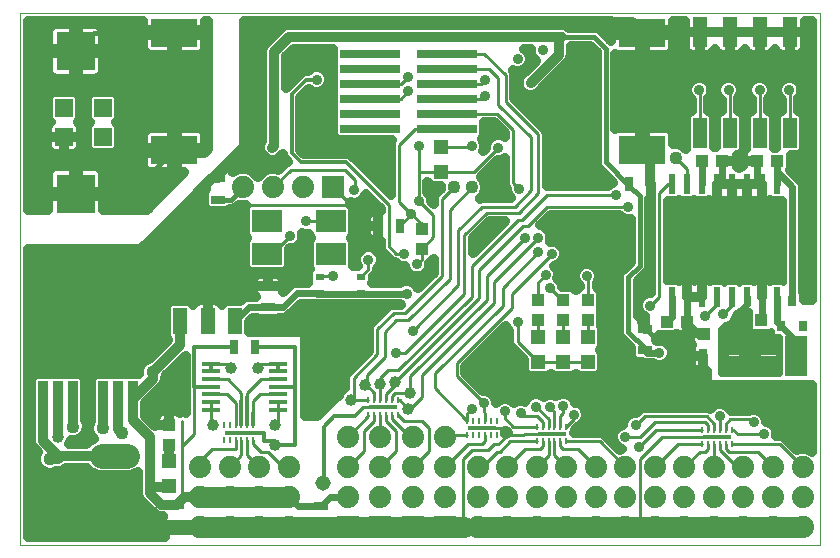
<source format=gtl>
G75*
G70*
%OFA0B0*%
%FSLAX24Y24*%
%IPPOS*%
%LPD*%
%AMOC8*
5,1,8,0,0,1.08239X$1,22.5*
%
%ADD10C,0.0000*%
%ADD11R,0.0394X0.0433*%
%ADD12R,0.0472X0.0472*%
%ADD13R,0.0472X0.0315*%
%ADD14R,0.1014X0.0748*%
%ADD15C,0.0740*%
%ADD16R,0.0740X0.0740*%
%ADD17R,0.0225X0.0666*%
%ADD18R,0.0500X0.1000*%
%ADD19R,0.0602X0.0602*%
%ADD20R,0.1306X0.1306*%
%ADD21R,0.2028X0.0299*%
%ADD22R,0.1555X0.0965*%
%ADD23R,0.0104X0.0189*%
%ADD24R,0.0926X0.0138*%
%ADD25R,0.0630X0.0138*%
%ADD26R,0.0315X0.0472*%
%ADD27R,0.0433X0.0394*%
%ADD28R,0.0748X0.1339*%
%ADD29R,0.0315X0.0354*%
%ADD30R,0.2106X0.3362*%
%ADD31R,0.0350X0.1205*%
%ADD32C,0.0827*%
%ADD33R,0.0315X0.0236*%
%ADD34R,0.0480X0.0880*%
%ADD35R,0.1417X0.0866*%
%ADD36C,0.0120*%
%ADD37C,0.0397*%
%ADD38C,0.0100*%
%ADD39C,0.0515*%
%ADD40C,0.0240*%
%ADD41C,0.0700*%
%ADD42C,0.0500*%
%ADD43C,0.0320*%
%ADD44C,0.0436*%
%ADD45C,0.0357*%
%ADD46C,0.0400*%
%ADD47C,0.0160*%
D10*
X000262Y000262D02*
X000262Y017979D01*
X026935Y017979D01*
X026935Y000262D01*
X000262Y000262D01*
D11*
X005233Y003569D03*
X005233Y004238D03*
X013648Y010114D03*
X013648Y010784D03*
X017536Y008421D03*
X017536Y007752D03*
X018372Y007752D03*
X018372Y008421D03*
X019209Y008421D03*
X019209Y007752D03*
D12*
X019209Y007171D03*
X018372Y007171D03*
X017536Y007171D03*
X017536Y006345D03*
X018372Y006345D03*
X019209Y006345D03*
X014288Y012693D03*
X014288Y013520D03*
X005233Y003038D03*
X005233Y002211D03*
D13*
X005479Y001601D03*
X005479Y000892D03*
X010301Y000843D03*
X010301Y001551D03*
X008530Y008175D03*
X008530Y008884D03*
X006857Y011768D03*
X006857Y012477D03*
X021079Y007457D03*
X021079Y006748D03*
D14*
X010631Y009947D03*
X010631Y011049D03*
X008495Y011049D03*
X008495Y009947D03*
D15*
X008695Y012171D03*
X007695Y012171D03*
X009695Y012171D03*
X011187Y003853D03*
X011187Y002853D03*
X012270Y002853D03*
X012270Y003853D03*
X013353Y003853D03*
X013353Y002853D03*
X014435Y002853D03*
X015518Y002853D03*
X016502Y002853D03*
X017486Y002853D03*
X018471Y002853D03*
X019455Y002853D03*
X020439Y002853D03*
X021423Y002853D03*
X022408Y002853D03*
X023392Y002853D03*
X024376Y002853D03*
X025360Y002853D03*
X026345Y002853D03*
X026345Y001853D03*
X025360Y001853D03*
X024376Y001853D03*
X023392Y001853D03*
X022408Y001853D03*
X021423Y001853D03*
X020439Y001853D03*
X019455Y001853D03*
X018471Y001853D03*
X017486Y001853D03*
X016502Y001853D03*
X015518Y001853D03*
X014435Y001853D03*
X013353Y001853D03*
X012270Y001853D03*
X011187Y001853D03*
X009219Y001853D03*
X008234Y001853D03*
X007250Y001853D03*
X006266Y001853D03*
X006266Y002853D03*
X007250Y002853D03*
X008234Y002853D03*
X009219Y002853D03*
X009219Y000853D03*
X008234Y000853D03*
X007250Y000853D03*
X006266Y000853D03*
X014435Y003853D03*
X015518Y000853D03*
X016502Y000853D03*
X017486Y000853D03*
X018471Y000853D03*
X019455Y000853D03*
X020439Y000853D03*
X021423Y000853D03*
X022408Y000853D03*
X023392Y000853D03*
X024376Y000853D03*
X025360Y000853D03*
X026345Y000853D03*
D16*
X014435Y000853D03*
X013353Y000853D03*
X012270Y000853D03*
X011187Y000853D03*
X010695Y012171D03*
D17*
X021986Y012278D03*
X022486Y012278D03*
X022986Y012278D03*
X023486Y012278D03*
X023986Y012278D03*
X024486Y012278D03*
X024986Y012278D03*
X025486Y012278D03*
X025486Y008522D03*
X024986Y008522D03*
X024486Y008522D03*
X023986Y008522D03*
X023486Y008522D03*
X022986Y008522D03*
X022486Y008522D03*
X021986Y008522D03*
D18*
X022925Y013973D03*
X023925Y013973D03*
X024925Y013973D03*
X025925Y013973D03*
X025925Y017359D03*
X024925Y017359D03*
X023925Y017359D03*
X022925Y017359D03*
D19*
X003018Y014829D03*
X003018Y013845D03*
X001738Y013845D03*
X001738Y014829D03*
D20*
X002112Y016707D03*
X002112Y011967D03*
D21*
X011929Y014120D03*
X011929Y014620D03*
X011929Y015120D03*
X011929Y015620D03*
X011929Y016120D03*
X011929Y016620D03*
X014481Y016620D03*
X014481Y016120D03*
X014481Y015620D03*
X014481Y015120D03*
X014481Y014620D03*
X014481Y014120D03*
D22*
X021006Y013412D03*
X021006Y017329D03*
X005404Y017329D03*
X005404Y013412D03*
D23*
X011876Y005081D03*
X012073Y005081D03*
X012270Y005081D03*
X012467Y005081D03*
X012664Y005081D03*
X012860Y005081D03*
X012860Y004597D03*
X012664Y004597D03*
X012467Y004597D03*
X012270Y004597D03*
X012073Y004597D03*
X011876Y004597D03*
X015173Y004392D03*
X015370Y004392D03*
X015567Y004392D03*
X015764Y004392D03*
X015961Y004392D03*
X016158Y004392D03*
X016158Y003908D03*
X015961Y003908D03*
X015764Y003908D03*
X015567Y003908D03*
X015370Y003908D03*
X015173Y003908D03*
X017486Y003711D03*
X017683Y003711D03*
X017880Y003711D03*
X018077Y003711D03*
X018274Y003711D03*
X018471Y003711D03*
X018471Y004195D03*
X018274Y004195D03*
X018077Y004195D03*
X017880Y004195D03*
X017683Y004195D03*
X017486Y004195D03*
X022998Y004096D03*
X023195Y004096D03*
X023392Y004096D03*
X023589Y004096D03*
X023786Y004096D03*
X023983Y004096D03*
X023983Y003613D03*
X023786Y003613D03*
X023589Y003613D03*
X023392Y003613D03*
X023195Y003613D03*
X022998Y003613D03*
X008038Y003760D03*
X007841Y003760D03*
X007644Y003760D03*
X007447Y003760D03*
X007250Y003760D03*
X007053Y003760D03*
X007053Y004244D03*
X007250Y004244D03*
X007447Y004244D03*
X007644Y004244D03*
X007841Y004244D03*
X008038Y004244D03*
D24*
X007546Y004002D03*
X012368Y004839D03*
X015666Y004150D03*
X017979Y003953D03*
X023490Y003855D03*
D25*
X008845Y004760D03*
X008845Y005016D03*
X008845Y005272D03*
X008845Y005528D03*
X008845Y005784D03*
X008845Y006040D03*
X008845Y006296D03*
X006640Y006296D03*
X006640Y006040D03*
X006640Y005784D03*
X006640Y005528D03*
X006640Y005272D03*
X006640Y005016D03*
X006640Y004760D03*
D26*
X007388Y006857D03*
X008097Y006857D03*
X012211Y010892D03*
X012920Y010892D03*
X020577Y012270D03*
X021286Y012270D03*
X023038Y006561D03*
X023746Y006561D03*
D27*
X023727Y007299D03*
X023057Y007299D03*
X022496Y007693D03*
X021827Y007693D03*
X024288Y007742D03*
X024957Y007742D03*
X024829Y013057D03*
X025498Y013057D03*
X023677Y013057D03*
X023008Y013057D03*
D28*
X024593Y006561D03*
X026128Y006561D03*
D29*
X026374Y007546D03*
X025626Y007546D03*
X026000Y008372D03*
D30*
X002526Y008010D03*
D31*
X002526Y005134D03*
X003026Y005134D03*
X003526Y005134D03*
X004026Y005134D03*
X002026Y005134D03*
X001526Y005134D03*
X001026Y005134D03*
D32*
X002998Y003215D02*
X003825Y003215D01*
X003825Y001246D02*
X002998Y001246D01*
D33*
X010252Y008648D03*
X010252Y009199D03*
X011630Y009199D03*
X011630Y008648D03*
D34*
X007422Y007703D03*
X006512Y007703D03*
X005602Y007703D03*
D35*
X006512Y010144D03*
D36*
X009612Y013008D02*
X011138Y013008D01*
X012368Y011778D01*
X009612Y013008D02*
X009317Y013303D01*
X009317Y015272D01*
X009809Y015764D01*
X010154Y015764D01*
X009416Y006857D02*
X008097Y006857D01*
X007388Y006857D02*
X006069Y006857D01*
X006069Y005528D01*
X006640Y005528D01*
X006640Y006040D02*
X006640Y006296D01*
X007841Y005183D02*
X007841Y004244D01*
X008038Y004244D02*
X008038Y004642D01*
X007644Y004244D02*
X007644Y005040D01*
X008845Y005528D02*
X009416Y005528D01*
X009416Y003569D01*
X008776Y003569D01*
X008776Y003707D01*
X008382Y003707D01*
X008382Y004002D01*
X007546Y004002D01*
X009416Y005528D02*
X009416Y006857D01*
X008845Y006296D02*
X008845Y006040D01*
X010400Y004199D02*
X010744Y004544D01*
X011384Y004544D01*
X010400Y004199D02*
X010400Y002378D01*
X010351Y002329D01*
D37*
X008776Y003569D03*
X008776Y004248D03*
X006709Y004248D03*
X007299Y006168D03*
X008185Y006168D03*
X011286Y005085D03*
X011778Y005577D03*
X012270Y005626D03*
X012762Y005675D03*
X013254Y005331D03*
X013205Y004790D03*
X001542Y003855D03*
D38*
X005675Y003559D02*
X005675Y001837D01*
X006266Y001837D01*
X006266Y001853D01*
X006266Y002853D02*
X006266Y003067D01*
X006660Y003461D01*
X007447Y003461D01*
X007447Y003760D01*
X007644Y003760D02*
X007644Y003246D01*
X007250Y002853D01*
X007841Y003246D02*
X008234Y002853D01*
X008284Y003362D02*
X008038Y003609D01*
X008038Y003760D01*
X007841Y003760D02*
X007841Y003246D01*
X008284Y003362D02*
X008530Y003362D01*
X009040Y002853D01*
X009219Y002853D01*
X008845Y004248D02*
X008776Y004248D01*
X008845Y004248D02*
X008845Y005016D01*
X008845Y004760D01*
X008845Y005272D02*
X008274Y005272D01*
X008038Y005036D01*
X008038Y004642D01*
X007644Y005040D02*
X007644Y005331D01*
X007201Y005774D01*
X006650Y005774D01*
X006640Y005784D01*
X006069Y005528D02*
X006069Y003953D01*
X005675Y003559D01*
X005675Y004396D01*
X006640Y004317D02*
X006709Y004248D01*
X006640Y004317D02*
X006640Y004760D01*
X006640Y005016D01*
X006640Y005272D02*
X007162Y005272D01*
X007447Y004986D01*
X007447Y004244D01*
X007841Y005183D02*
X007841Y005331D01*
X008294Y005784D01*
X008845Y005784D01*
X008313Y006296D02*
X008185Y006168D01*
X008313Y006296D02*
X008845Y006296D01*
X007299Y006168D02*
X007171Y006296D01*
X006640Y006296D01*
X010134Y008648D02*
X010154Y008628D01*
X010252Y009199D02*
X010272Y009219D01*
X010695Y009219D01*
X011630Y009199D02*
X011876Y009445D01*
X011876Y009760D01*
X012565Y010203D02*
X012811Y009957D01*
X013057Y009957D01*
X012565Y010203D02*
X012565Y011581D01*
X012368Y011778D01*
X012910Y011679D02*
X013303Y011286D01*
X013303Y011276D01*
X012920Y010892D01*
X013294Y011286D02*
X013303Y011286D01*
X013648Y010941D01*
X013648Y010784D01*
X014042Y010508D02*
X014042Y011236D01*
X013549Y011729D01*
X013549Y012664D01*
X013579Y012693D01*
X014288Y012693D01*
X015400Y012693D01*
X016207Y013500D01*
X016699Y014091D02*
X016170Y014620D01*
X014481Y014620D01*
X014481Y015120D02*
X015662Y015120D01*
X015764Y015223D01*
X015620Y015620D02*
X015764Y015764D01*
X015620Y015620D02*
X014481Y015620D01*
X014481Y016120D02*
X015900Y016120D01*
X016207Y015813D01*
X016207Y014927D01*
X017290Y013845D01*
X017290Y012073D01*
X016748Y011532D01*
X015666Y011532D01*
X014878Y010744D01*
X014878Y008923D01*
X013353Y007398D01*
X013205Y007742D02*
X012811Y007742D01*
X012418Y007349D01*
X012418Y006512D01*
X011827Y005921D01*
X011827Y005577D01*
X011778Y005577D01*
X011827Y005577D02*
X012073Y005331D01*
X012073Y005081D01*
X011876Y005081D02*
X011290Y005081D01*
X011286Y005085D01*
X011384Y005183D01*
X011384Y005823D01*
X012171Y006610D01*
X012171Y007447D01*
X012713Y007988D01*
X013107Y007988D01*
X014337Y009219D01*
X014337Y011778D01*
X014731Y012171D01*
X015321Y012171D02*
X014583Y011433D01*
X014583Y009120D01*
X013205Y007742D01*
X013107Y006660D02*
X012811Y006660D01*
X013107Y006660D02*
X015075Y008628D01*
X015075Y010597D01*
X015813Y011335D01*
X016896Y011335D01*
X017536Y011975D01*
X017536Y013943D01*
X016453Y015026D01*
X016453Y015912D01*
X015744Y016620D01*
X014481Y016620D01*
X013205Y015862D02*
X012963Y015620D01*
X011929Y015620D01*
X011929Y015120D02*
X012955Y015120D01*
X013205Y015370D01*
X013431Y014120D02*
X012910Y013599D01*
X012910Y011679D01*
X012162Y010941D02*
X012211Y010892D01*
X011286Y011581D02*
X010695Y012171D01*
X011384Y012073D02*
X011433Y012122D01*
X011433Y012418D01*
X011089Y012762D01*
X009286Y012762D01*
X008695Y012171D01*
X007939Y011581D02*
X007792Y011433D01*
X007693Y011433D01*
X007939Y011581D02*
X011286Y011581D01*
X010631Y011049D02*
X009819Y011049D01*
X009809Y011040D01*
X009268Y010547D02*
X008668Y009947D01*
X008495Y009947D01*
X007792Y009919D02*
X005675Y009919D01*
X005675Y009821D02*
X007792Y009821D01*
X007792Y009722D02*
X005675Y009722D01*
X005675Y009624D02*
X007792Y009624D01*
X007792Y009525D02*
X005675Y009525D01*
X005675Y009427D02*
X007792Y009427D01*
X007792Y009328D02*
X005675Y009328D01*
X005675Y009229D02*
X007792Y009229D01*
X007792Y009219D02*
X007792Y010695D01*
X005675Y010695D01*
X005675Y009219D01*
X007792Y009219D01*
X007792Y010018D02*
X005675Y010018D01*
X005675Y010116D02*
X007792Y010116D01*
X007792Y010215D02*
X005675Y010215D01*
X005675Y010313D02*
X007792Y010313D01*
X007792Y010412D02*
X005675Y010412D01*
X005675Y010511D02*
X007792Y010511D01*
X007792Y010609D02*
X005675Y010609D01*
X011581Y008628D02*
X011601Y008648D01*
X011630Y008648D01*
X013500Y009612D02*
X013648Y009760D01*
X013648Y010114D01*
X014042Y010508D01*
X015321Y009563D02*
X015321Y008530D01*
X012860Y006069D01*
X012516Y006069D01*
X012270Y005823D01*
X012270Y005626D01*
X012270Y005081D01*
X012467Y005081D02*
X012467Y005282D01*
X012762Y005577D01*
X012762Y005675D01*
X015567Y008481D01*
X015567Y009416D01*
X017044Y010892D01*
X017191Y010892D01*
X017831Y011532D01*
X020538Y011532D01*
X020144Y011925D02*
X017831Y011925D01*
X016994Y011089D01*
X016847Y011089D01*
X015321Y009563D01*
X015813Y009219D02*
X015813Y008431D01*
X013254Y005872D01*
X013254Y005331D01*
X012762Y005331D01*
X012664Y005233D01*
X012664Y005081D01*
X012860Y005081D02*
X012914Y005081D01*
X013205Y004790D01*
X013254Y004790D01*
X013648Y005183D01*
X013648Y005921D01*
X016059Y008333D01*
X016059Y009022D01*
X017536Y010498D01*
X017093Y010498D02*
X015813Y009219D01*
X016355Y008825D02*
X016355Y008234D01*
X014091Y005971D01*
X014091Y005474D01*
X015173Y004392D01*
X015173Y004642D01*
X015321Y004790D01*
X015715Y004691D02*
X015764Y004642D01*
X015764Y004392D01*
X015666Y004150D02*
X016305Y004150D01*
X016453Y004002D01*
X016453Y003904D01*
X016453Y003855D01*
X016207Y003609D01*
X016059Y003609D01*
X015862Y003412D01*
X015321Y003412D01*
X015026Y003116D01*
X015026Y000902D01*
X015075Y000853D01*
X015518Y002853D02*
X015648Y002853D01*
X016158Y003362D01*
X016256Y003362D01*
X016605Y003711D01*
X017486Y003711D01*
X017683Y003711D02*
X017683Y003559D01*
X017585Y003461D01*
X017110Y003461D01*
X016502Y002853D01*
X015666Y003609D02*
X015191Y003609D01*
X014435Y002853D01*
X013894Y003394D02*
X013353Y002853D01*
X013894Y003394D02*
X013894Y004150D01*
X013648Y004396D01*
X013062Y004396D01*
X012860Y004597D01*
X012664Y004597D02*
X012664Y004445D01*
X013256Y003853D01*
X013353Y003853D01*
X012811Y004051D02*
X012811Y003394D01*
X012270Y002853D01*
X011729Y003394D02*
X011187Y002853D01*
X011729Y003394D02*
X011729Y004051D01*
X012073Y004396D01*
X012073Y004597D01*
X011876Y004597D02*
X011876Y004542D01*
X011187Y003853D01*
X011384Y004544D02*
X011679Y004839D01*
X012368Y004839D01*
X012270Y004597D02*
X012270Y003853D01*
X012811Y004051D02*
X012467Y004396D01*
X012467Y004597D01*
X014435Y003853D02*
X014491Y003908D01*
X015173Y003908D01*
X015666Y003609D02*
X015764Y003707D01*
X015764Y003908D01*
X016453Y003904D02*
X017044Y003904D01*
X017093Y003953D01*
X017979Y003953D01*
X018077Y003711D02*
X018077Y003246D01*
X018471Y002853D01*
X017880Y003246D02*
X017880Y003711D01*
X018274Y003711D02*
X018274Y003559D01*
X018372Y003461D01*
X018847Y003461D01*
X019455Y002853D01*
X019581Y003711D02*
X018471Y003711D01*
X018471Y004195D02*
X018717Y004441D01*
X018717Y004593D01*
X018372Y004642D02*
X018274Y004544D01*
X018274Y004195D01*
X018077Y004195D02*
X018077Y004691D01*
X017929Y004839D01*
X017880Y004445D02*
X017462Y004863D01*
X017486Y004544D02*
X017044Y004544D01*
X016945Y004642D01*
X016699Y004199D02*
X016703Y004195D01*
X017486Y004195D01*
X017683Y004195D02*
X017683Y004347D01*
X017486Y004544D01*
X017880Y004445D02*
X017880Y004195D01*
X018372Y004642D02*
X018372Y004888D01*
X019581Y003711D02*
X020439Y002853D01*
X020931Y003116D02*
X021670Y003855D01*
X023490Y003855D01*
X023392Y003613D02*
X023392Y002853D01*
X023097Y003362D02*
X022918Y003362D01*
X022408Y002853D01*
X023097Y003362D02*
X023195Y003461D01*
X023195Y003613D01*
X022998Y003613D02*
X022184Y003613D01*
X021423Y002853D01*
X020931Y003116D02*
X020931Y000853D01*
X017880Y003246D02*
X017486Y002853D01*
X016699Y004199D02*
X016428Y004470D01*
X016428Y004716D01*
X015715Y004691D02*
X015715Y004986D01*
X014829Y005872D01*
X014829Y006315D01*
X016650Y008136D01*
X016650Y008628D01*
X017979Y009957D01*
X017536Y010006D02*
X016355Y008825D01*
X017536Y009022D02*
X017536Y008421D01*
X017929Y008825D02*
X018333Y008421D01*
X018372Y008421D01*
X018372Y007752D02*
X018372Y007171D01*
X017536Y007171D02*
X017536Y007752D01*
X016847Y007693D02*
X016847Y007034D01*
X017536Y006345D01*
X018372Y006345D01*
X019209Y006345D01*
X019209Y007171D02*
X019209Y007752D01*
X019209Y008421D02*
X019209Y009170D01*
X019160Y009219D01*
X017782Y009268D02*
X017536Y009022D01*
X021276Y008234D02*
X021571Y008530D01*
X021571Y011975D01*
X021874Y012278D01*
X021986Y012278D01*
X022486Y012278D02*
X022486Y012782D01*
X022112Y013156D01*
X022925Y013973D02*
X022925Y015394D01*
X022900Y015420D01*
X023884Y015420D02*
X023925Y015378D01*
X023925Y013973D01*
X024925Y013973D02*
X024925Y015412D01*
X024918Y015420D01*
X025902Y015420D02*
X025925Y015396D01*
X025925Y013973D01*
X023986Y008522D02*
X023986Y008238D01*
X023687Y007939D01*
X023486Y008280D02*
X023097Y007890D01*
X023486Y008280D02*
X023486Y008522D01*
X023589Y004544D02*
X023589Y004096D01*
X023786Y004096D02*
X023786Y004297D01*
X023933Y004445D01*
X024622Y004445D01*
X024721Y004347D01*
X025065Y003953D02*
X024179Y003953D01*
X024032Y004101D01*
X023987Y004101D01*
X023983Y004096D01*
X023983Y003613D02*
X025584Y003613D01*
X026345Y002853D01*
X025360Y002853D02*
X024851Y003362D01*
X023884Y003362D01*
X023786Y003461D01*
X023786Y003613D01*
X023589Y003613D02*
X023589Y003412D01*
X024148Y002853D01*
X024376Y002853D01*
X023392Y004096D02*
X023392Y004297D01*
X023146Y004544D01*
X021079Y004544D01*
X020784Y004248D01*
X020931Y003855D02*
X020439Y003855D01*
X020931Y003855D02*
X021423Y004347D01*
X023097Y004347D01*
X023195Y004248D01*
X023195Y004096D01*
X022998Y004096D02*
X021468Y004096D01*
X020882Y003510D01*
X014442Y003859D02*
X014435Y003853D01*
X006266Y000853D02*
X005518Y000853D01*
X005479Y000892D01*
X016896Y012122D02*
X016699Y012319D01*
X016699Y014091D01*
X015321Y013549D02*
X015292Y013520D01*
X014288Y013520D01*
X014481Y014120D02*
X013431Y014120D01*
X013549Y013549D02*
X013549Y012664D01*
D39*
X010351Y002329D03*
D40*
X010603Y001853D02*
X010301Y001551D01*
X009520Y001551D01*
X009219Y001853D01*
X009219Y000853D02*
X009229Y000843D01*
X010301Y000843D01*
X010311Y000853D01*
X011187Y000853D01*
X011187Y001853D02*
X010603Y001853D01*
X007422Y007703D02*
X007894Y008175D01*
X008530Y008175D01*
X009012Y008175D01*
X009484Y008648D01*
X010134Y008648D01*
X010252Y008648D01*
X010154Y008628D02*
X011581Y008628D01*
X013156Y008628D01*
X005528Y011089D02*
X005479Y011040D01*
X021079Y006748D02*
X021168Y006660D01*
X021571Y006660D01*
X021940Y006703D02*
X022660Y006703D01*
X022660Y006826D02*
X022660Y006561D01*
X022660Y006364D01*
X021797Y006364D01*
X021884Y006451D01*
X021940Y006586D01*
X021940Y006733D01*
X021884Y006869D01*
X021780Y006972D01*
X021644Y007028D01*
X021620Y007028D01*
X021620Y007306D01*
X022122Y007306D01*
X022140Y007325D01*
X022145Y007320D01*
X022195Y007291D01*
X022251Y007276D01*
X022496Y007276D01*
X022496Y007693D01*
X022496Y007693D01*
X022890Y007299D01*
X023057Y007299D01*
X022811Y007299D01*
X022812Y007300D01*
X023057Y007300D01*
X023057Y007299D01*
X022621Y007276D02*
X022621Y007074D01*
X022636Y007018D01*
X022665Y006968D01*
X022703Y006930D01*
X022675Y006882D01*
X022660Y006826D01*
X022691Y006941D02*
X021811Y006941D01*
X021620Y007180D02*
X022621Y007180D01*
X022621Y007276D02*
X022496Y007276D01*
X022496Y007693D01*
X022486Y007703D01*
X022486Y008522D01*
X022486Y009075D01*
X022345Y009075D01*
X022289Y009060D01*
X022239Y009031D01*
X022215Y009007D01*
X022178Y009045D01*
X021811Y009045D01*
X021811Y011755D01*
X022178Y011755D01*
X022236Y011814D01*
X022295Y011755D01*
X022678Y011755D01*
X022736Y011814D01*
X022795Y011755D01*
X023178Y011755D01*
X023215Y011793D01*
X023239Y011769D01*
X023289Y011740D01*
X023345Y011725D01*
X023486Y011725D01*
X023486Y012278D01*
X023677Y012469D01*
X023677Y013057D01*
X023008Y013057D02*
X022986Y013036D01*
X022986Y012278D01*
X023486Y012278D02*
X023487Y012278D01*
X023654Y012278D01*
X023986Y012278D01*
X023986Y012278D01*
X023654Y012278D01*
X023487Y012278D01*
X023487Y012278D01*
X023487Y011725D01*
X023628Y011725D01*
X023684Y011740D01*
X023734Y011769D01*
X023736Y011771D01*
X023739Y011769D01*
X023789Y011740D01*
X023845Y011725D01*
X023986Y011725D01*
X023986Y012278D01*
X023987Y012278D01*
X024154Y012278D01*
X024486Y012278D01*
X024486Y012278D01*
X024154Y012278D01*
X023987Y012278D01*
X023987Y012278D01*
X023987Y011725D01*
X024128Y011725D01*
X024184Y011740D01*
X024234Y011769D01*
X024236Y011771D01*
X024239Y011769D01*
X024289Y011740D01*
X024345Y011725D01*
X024486Y011725D01*
X024486Y012278D01*
X024487Y012278D01*
X024654Y012278D01*
X024986Y012278D01*
X024986Y012278D01*
X024654Y012278D01*
X024487Y012278D01*
X024487Y012278D01*
X024487Y011725D01*
X024628Y011725D01*
X024684Y011740D01*
X024734Y011769D01*
X024736Y011771D01*
X024739Y011769D01*
X024789Y011740D01*
X024845Y011725D01*
X024986Y011725D01*
X024986Y012278D01*
X024829Y012435D01*
X024829Y013057D01*
X025486Y013046D02*
X025486Y012713D01*
X026000Y012199D01*
X026000Y008372D01*
X025486Y008522D02*
X025486Y007685D01*
X025626Y007546D01*
X026128Y007044D01*
X026128Y006561D01*
X025564Y006464D02*
X023638Y006464D01*
X023638Y006226D02*
X025564Y006226D01*
X025564Y005987D02*
X023638Y005987D01*
X023638Y005971D02*
X023638Y007447D01*
X023762Y007571D01*
X023896Y007627D01*
X024000Y007730D01*
X024055Y007864D01*
X024130Y007939D01*
X024130Y007999D01*
X024178Y007999D01*
X024217Y008038D01*
X024570Y008038D01*
X024550Y008018D01*
X024550Y007467D01*
X024662Y007356D01*
X025252Y007356D01*
X025279Y007382D01*
X025279Y007290D01*
X025390Y007178D01*
X025555Y007178D01*
X025564Y007169D01*
X025564Y005971D01*
X023638Y005971D01*
X023037Y006561D02*
X022660Y006561D01*
X023037Y006561D01*
X023037Y006561D01*
X022660Y006464D02*
X021889Y006464D01*
X022496Y007418D02*
X022496Y007418D01*
X022496Y007657D02*
X022496Y007657D01*
X021986Y007853D02*
X021827Y007693D01*
X021986Y007853D02*
X021986Y008522D01*
X022486Y008522D02*
X022487Y008522D01*
X022654Y008522D01*
X022986Y008522D01*
X022986Y008521D01*
X022819Y008521D01*
X022487Y008521D01*
X022487Y008522D01*
X022487Y009075D01*
X022628Y009075D01*
X022684Y009060D01*
X022734Y009031D01*
X022736Y009028D01*
X022739Y009031D01*
X022789Y009060D01*
X022845Y009075D01*
X022986Y009075D01*
X022986Y008522D01*
X022987Y008522D01*
X022987Y009075D01*
X023128Y009075D01*
X023184Y009060D01*
X023234Y009031D01*
X023258Y009007D01*
X023295Y009045D01*
X023678Y009045D01*
X023736Y008986D01*
X023795Y009045D01*
X024178Y009045D01*
X024236Y008986D01*
X024295Y009045D01*
X024678Y009045D01*
X024700Y009022D01*
X024730Y009022D01*
X024739Y009031D01*
X024789Y009060D01*
X024845Y009075D01*
X024986Y009075D01*
X024986Y009022D01*
X024987Y009022D01*
X024987Y009075D01*
X025128Y009075D01*
X025184Y009060D01*
X025234Y009031D01*
X025243Y009022D01*
X025272Y009022D01*
X025295Y009045D01*
X025678Y009045D01*
X025690Y009032D01*
X025690Y011768D01*
X025678Y011755D01*
X025295Y011755D01*
X025258Y011793D01*
X025234Y011769D01*
X025184Y011740D01*
X025128Y011725D01*
X024987Y011725D01*
X024987Y012278D01*
X024986Y012278D01*
X024986Y012189D02*
X024987Y012189D01*
X024986Y011951D02*
X024987Y011951D01*
X024487Y011951D02*
X024486Y011951D01*
X023987Y011951D02*
X023986Y011951D01*
X023986Y012189D02*
X023987Y012189D01*
X024486Y012189D02*
X024487Y012189D01*
X023487Y012189D02*
X023486Y012189D01*
X023486Y011951D02*
X023487Y011951D01*
X021811Y011712D02*
X025690Y011712D01*
X025690Y011474D02*
X021811Y011474D01*
X021811Y011235D02*
X025690Y011235D01*
X025690Y010996D02*
X021811Y010996D01*
X021811Y010758D02*
X025690Y010758D01*
X025690Y010519D02*
X021811Y010519D01*
X021811Y010281D02*
X025690Y010281D01*
X025690Y010042D02*
X021811Y010042D01*
X021811Y009804D02*
X025690Y009804D01*
X025690Y009565D02*
X021811Y009565D01*
X021811Y009327D02*
X025690Y009327D01*
X025690Y009088D02*
X021811Y009088D01*
X022486Y008850D02*
X022487Y008850D01*
X022486Y008611D02*
X022487Y008611D01*
X022986Y008611D02*
X022987Y008611D01*
X022986Y008850D02*
X022987Y008850D01*
X024086Y007895D02*
X024550Y007895D01*
X024550Y007657D02*
X023926Y007657D01*
X023638Y007418D02*
X024599Y007418D01*
X024288Y007742D02*
X024288Y008097D01*
X024486Y008296D01*
X024486Y008522D01*
X024986Y008522D02*
X024986Y007772D01*
X024957Y007742D01*
X025389Y007180D02*
X023638Y007180D01*
X023638Y006941D02*
X025564Y006941D01*
X025564Y006703D02*
X023638Y006703D01*
X025486Y012278D02*
X025486Y012713D01*
X025486Y013046D02*
X025498Y013057D01*
D41*
X025360Y000853D02*
X024376Y000853D01*
X023392Y000853D01*
X022408Y000853D01*
X021423Y000853D01*
X020931Y000853D01*
X020439Y000853D01*
X019455Y000853D01*
X018471Y000853D01*
X017486Y000853D01*
X016502Y000853D01*
X015518Y000853D01*
X015075Y000853D02*
X014435Y000853D01*
X013353Y000853D01*
X012270Y000853D01*
X006364Y000853D01*
X006266Y001853D02*
X007250Y001853D01*
X008234Y001853D01*
X009219Y001853D01*
X025360Y000853D02*
X026345Y000853D01*
D42*
X015518Y000853D02*
X015075Y000853D01*
X006266Y000853D02*
X003805Y000853D01*
X003412Y001246D01*
D43*
X003412Y001246D01*
X004498Y001246D01*
X004498Y001202D01*
X004487Y001115D01*
X004464Y001029D01*
X004430Y000948D01*
X004386Y000871D01*
X004332Y000801D01*
X004270Y000739D01*
X004200Y000685D01*
X004124Y000641D01*
X004042Y000607D01*
X003957Y000584D01*
X003869Y000573D01*
X003412Y000573D01*
X003412Y001246D01*
X003411Y001246D01*
X002325Y001246D01*
X002325Y001202D01*
X002336Y001115D01*
X002359Y001029D01*
X002393Y000948D01*
X002437Y000871D01*
X002491Y000801D01*
X002553Y000739D01*
X002623Y000685D01*
X002700Y000641D01*
X002781Y000607D01*
X002867Y000584D01*
X002954Y000573D01*
X003411Y000573D01*
X003411Y001246D01*
X003411Y001246D01*
X002325Y001246D01*
X002325Y001290D01*
X002336Y001378D01*
X002359Y001463D01*
X002393Y001545D01*
X002437Y001621D01*
X002491Y001691D01*
X002553Y001754D01*
X002623Y001807D01*
X002700Y001851D01*
X002781Y001885D01*
X002867Y001908D01*
X002954Y001920D01*
X003411Y001920D01*
X003411Y001247D01*
X003412Y001247D01*
X003412Y001920D01*
X003869Y001920D01*
X003957Y001908D01*
X004042Y001885D01*
X004124Y001851D01*
X004200Y001807D01*
X004270Y001754D01*
X004332Y001691D01*
X004386Y001621D01*
X004430Y001545D01*
X004464Y001463D01*
X004487Y001378D01*
X004498Y001290D01*
X004498Y001246D01*
X003412Y001246D01*
X003411Y001218D02*
X003412Y001218D01*
X003411Y001536D02*
X003412Y001536D01*
X003411Y001855D02*
X003412Y001855D01*
X004116Y001855D02*
X004224Y001855D01*
X000522Y001855D01*
X002708Y001855D01*
X002390Y001536D02*
X000522Y001536D01*
X004489Y001536D01*
X004434Y001536D01*
X004544Y001482D02*
X004544Y000522D01*
X000522Y000522D01*
X000522Y010105D01*
X004297Y010105D01*
X006390Y012197D01*
X006390Y012196D01*
X006418Y012153D01*
X006455Y012117D01*
X006474Y012104D01*
X006390Y012021D01*
X006390Y011515D01*
X006525Y011380D01*
X007188Y011380D01*
X007265Y011458D01*
X007353Y011458D01*
X007467Y011505D01*
X007546Y011584D01*
X007576Y011571D01*
X007811Y011571D01*
X007758Y011519D01*
X007758Y010580D01*
X007840Y010498D01*
X007758Y010416D01*
X007758Y009478D01*
X007893Y009343D01*
X009097Y009343D01*
X009232Y009478D01*
X009232Y010116D01*
X009255Y010139D01*
X009349Y010139D01*
X009499Y010201D01*
X009614Y010316D01*
X009677Y010466D01*
X009677Y010629D01*
X009665Y010657D01*
X009728Y010631D01*
X009891Y010631D01*
X009894Y010632D01*
X009894Y010580D01*
X009976Y010498D01*
X009894Y010416D01*
X009894Y009478D01*
X009912Y009460D01*
X009865Y009412D01*
X009865Y008998D01*
X009414Y008998D01*
X009286Y008945D01*
X009187Y008846D01*
X009022Y008681D01*
X009026Y008701D01*
X009026Y008884D01*
X008530Y008884D01*
X008530Y008884D01*
X009026Y008884D01*
X009026Y009067D01*
X009016Y009117D01*
X008996Y009165D01*
X008968Y009207D01*
X008932Y009244D01*
X008889Y009272D01*
X008842Y009292D01*
X008792Y009302D01*
X008530Y009302D01*
X008530Y008884D01*
X008530Y008884D01*
X008530Y009302D01*
X008268Y009302D01*
X008218Y009292D01*
X008170Y009272D01*
X008128Y009244D01*
X008092Y009207D01*
X008063Y009165D01*
X008044Y009117D01*
X008034Y009067D01*
X008034Y008884D01*
X008034Y008701D01*
X008044Y008651D01*
X008063Y008603D01*
X008092Y008561D01*
X008127Y008525D01*
X007824Y008525D01*
X007696Y008472D01*
X007597Y008374D01*
X007597Y008373D01*
X007087Y008373D01*
X006981Y008268D01*
X006954Y008309D01*
X006918Y008345D01*
X006875Y008374D01*
X006828Y008393D01*
X006778Y008403D01*
X006512Y008403D01*
X006246Y008403D01*
X006196Y008393D01*
X006149Y008374D01*
X006106Y008345D01*
X006070Y008309D01*
X006043Y008268D01*
X005937Y008373D01*
X005267Y008373D01*
X005132Y008239D01*
X005132Y007168D01*
X005210Y007090D01*
X004578Y006458D01*
X004437Y006400D01*
X004311Y006274D01*
X004243Y006109D01*
X004243Y005966D01*
X003755Y005966D01*
X003255Y005966D01*
X002825Y005966D01*
X002824Y005967D01*
X002777Y005986D01*
X002727Y005996D01*
X002526Y005996D01*
X002526Y005996D01*
X002526Y005134D01*
X002526Y004272D01*
X002583Y004272D01*
X002570Y004239D01*
X002570Y004061D01*
X002638Y003896D01*
X002733Y003801D01*
X002634Y003760D01*
X002478Y003605D01*
X001898Y003605D01*
X001905Y003612D01*
X001962Y003751D01*
X002123Y003751D01*
X002288Y003819D01*
X002414Y003945D01*
X002482Y004110D01*
X002482Y004272D01*
X002526Y004272D01*
X002526Y005134D01*
X002526Y005134D01*
X002526Y005134D01*
X002526Y005996D01*
X002325Y005996D01*
X002275Y005986D01*
X002227Y005967D01*
X002227Y005966D01*
X001796Y005966D01*
X001296Y005966D01*
X000755Y005966D01*
X000621Y005832D01*
X000621Y004436D01*
X000636Y004421D01*
X000636Y003808D01*
X000636Y003653D01*
X000695Y003510D01*
X000857Y003348D01*
X000798Y003206D01*
X000798Y003027D01*
X000866Y002863D01*
X000992Y002736D01*
X001157Y002668D01*
X001335Y002668D01*
X001476Y002726D01*
X001619Y002726D01*
X001762Y002786D01*
X001802Y002825D01*
X002478Y002825D01*
X002634Y002669D01*
X002870Y002571D01*
X003953Y002571D01*
X004189Y002669D01*
X004203Y002683D01*
X004203Y002259D01*
X004203Y002104D01*
X004203Y002062D01*
X004203Y001907D01*
X004262Y001764D01*
X004646Y001380D01*
X004756Y001270D01*
X004899Y001211D01*
X005037Y001211D01*
X005012Y001173D01*
X004992Y001125D01*
X004982Y001075D01*
X004982Y000892D01*
X005478Y000892D01*
X005478Y000892D01*
X004982Y000892D01*
X004982Y000709D01*
X004992Y000659D01*
X005012Y000611D01*
X005040Y000569D01*
X005077Y000533D01*
X005092Y000522D01*
X000522Y000522D01*
X000522Y010105D01*
X004544Y010105D01*
X004544Y006444D01*
X004437Y006400D01*
X004311Y006274D01*
X004243Y006109D01*
X004243Y005966D01*
X003755Y005966D01*
X003255Y005966D01*
X002755Y005966D01*
X002621Y005832D01*
X002621Y004436D01*
X002636Y004421D01*
X002636Y004398D01*
X002570Y004239D01*
X002570Y004061D01*
X002638Y003896D01*
X002733Y003801D01*
X002634Y003760D01*
X002478Y003605D01*
X001898Y003605D01*
X001905Y003612D01*
X001962Y003751D01*
X002123Y003751D01*
X002288Y003819D01*
X002414Y003945D01*
X002482Y004110D01*
X002482Y004288D01*
X002424Y004428D01*
X002424Y004429D01*
X002431Y004436D01*
X002431Y005832D01*
X002296Y005966D01*
X001796Y005966D01*
X001296Y005966D01*
X000755Y005966D01*
X000621Y005832D01*
X000621Y004436D01*
X000636Y004421D01*
X000636Y003808D01*
X000636Y003653D01*
X000695Y003510D01*
X000857Y003348D01*
X000798Y003206D01*
X000798Y003027D01*
X000866Y002863D01*
X000992Y002736D01*
X001157Y002668D01*
X001335Y002668D01*
X001476Y002726D01*
X001619Y002726D01*
X001762Y002786D01*
X001801Y002825D01*
X002478Y002825D01*
X002634Y002669D01*
X002870Y002571D01*
X003953Y002571D01*
X004189Y002669D01*
X004203Y002683D01*
X004203Y002259D01*
X004203Y002104D01*
X004203Y002062D01*
X004203Y001907D01*
X004262Y001764D01*
X004544Y001482D01*
X004544Y001218D02*
X000522Y001218D01*
X002325Y001218D01*
X002421Y000899D02*
X000522Y000899D01*
X004544Y000899D01*
X004402Y000899D02*
X004982Y000899D01*
X004882Y001218D02*
X004498Y001218D01*
X004977Y001601D02*
X005479Y001601D01*
X005731Y001853D01*
X006266Y001853D01*
X005233Y002211D02*
X005203Y002181D01*
X004593Y002181D01*
X004593Y003855D01*
X004026Y004421D01*
X004026Y005134D01*
X004691Y005799D01*
X004691Y006020D01*
X005602Y006931D01*
X005602Y007703D01*
X005132Y007589D02*
X003839Y007589D01*
X003839Y007850D02*
X002686Y007850D01*
X002686Y008170D01*
X003839Y008170D01*
X003839Y009717D01*
X003829Y009767D01*
X003809Y009814D01*
X003781Y009857D01*
X003745Y009893D01*
X003702Y009922D01*
X003655Y009941D01*
X003605Y009951D01*
X002686Y009951D01*
X002686Y008170D01*
X002366Y008170D01*
X002366Y009951D01*
X001447Y009951D01*
X001397Y009941D01*
X001349Y009922D01*
X001307Y009893D01*
X001271Y009857D01*
X001242Y009814D01*
X001223Y009767D01*
X001213Y009717D01*
X001213Y008170D01*
X002366Y008170D01*
X002366Y007850D01*
X002686Y007850D01*
X002686Y006069D01*
X003605Y006069D01*
X003655Y006079D01*
X003702Y006099D01*
X003745Y006127D01*
X003781Y006163D01*
X003809Y006206D01*
X003829Y006253D01*
X003839Y006303D01*
X003839Y007850D01*
X003839Y008226D02*
X005132Y008226D01*
X005132Y007907D02*
X002686Y007907D01*
X002686Y007589D02*
X002366Y007589D01*
X002366Y007850D02*
X002366Y006069D01*
X001447Y006069D01*
X001397Y006079D01*
X001349Y006099D01*
X001307Y006127D01*
X001271Y006163D01*
X001242Y006206D01*
X001223Y006253D01*
X001213Y006303D01*
X001213Y007850D01*
X002366Y007850D01*
X002366Y007907D02*
X000522Y007907D01*
X004544Y007907D01*
X004544Y007589D02*
X000522Y007589D01*
X001213Y007589D01*
X001213Y007270D02*
X000522Y007270D01*
X004544Y007270D01*
X004544Y006951D02*
X000522Y006951D01*
X001213Y006951D01*
X001213Y006633D02*
X000522Y006633D01*
X004544Y006633D01*
X004753Y006633D02*
X003839Y006633D01*
X003839Y006314D02*
X004352Y006314D01*
X000522Y006314D01*
X001213Y006314D01*
X000522Y005996D02*
X002322Y005996D01*
X002366Y006314D02*
X002686Y006314D01*
X002686Y006633D02*
X002366Y006633D01*
X002366Y006951D02*
X002686Y006951D01*
X002686Y007270D02*
X002366Y007270D01*
X002366Y008226D02*
X002686Y008226D01*
X002686Y008544D02*
X002366Y008544D01*
X002366Y008863D02*
X002686Y008863D01*
X002686Y009181D02*
X002366Y009181D01*
X002366Y009500D02*
X002686Y009500D01*
X002686Y009818D02*
X002366Y009818D01*
X001245Y009818D02*
X000522Y009818D01*
X004544Y009818D01*
X004494Y010055D02*
X005479Y011040D01*
X005285Y011093D02*
X007758Y011093D01*
X007758Y010774D02*
X007391Y010774D01*
X007386Y010779D02*
X007344Y010807D01*
X007297Y010827D01*
X007246Y010837D01*
X006569Y010837D01*
X006569Y010200D01*
X007481Y010200D01*
X007481Y010602D01*
X007471Y010652D01*
X007451Y010700D01*
X007423Y010742D01*
X007386Y010779D01*
X007481Y010455D02*
X007798Y010455D01*
X007758Y010137D02*
X006569Y010137D01*
X006569Y010087D02*
X006569Y010200D01*
X006455Y010200D01*
X006455Y010087D01*
X005543Y010087D01*
X005543Y009685D01*
X005553Y009635D01*
X005573Y009587D01*
X005601Y009545D01*
X005638Y009509D01*
X005680Y009480D01*
X005728Y009460D01*
X005778Y009450D01*
X006455Y009450D01*
X006455Y010087D01*
X006569Y010087D01*
X007481Y010087D01*
X007481Y009685D01*
X007471Y009635D01*
X007451Y009587D01*
X007423Y009545D01*
X007386Y009509D01*
X007344Y009480D01*
X007297Y009460D01*
X007246Y009450D01*
X006569Y009450D01*
X006569Y010087D01*
X006455Y010137D02*
X004330Y010137D01*
X004648Y010455D02*
X005543Y010455D01*
X005543Y010602D02*
X005543Y010200D01*
X006455Y010200D01*
X006455Y010837D01*
X005778Y010837D01*
X005728Y010827D01*
X005680Y010807D01*
X005638Y010779D01*
X005601Y010742D01*
X005573Y010700D01*
X005553Y010652D01*
X005543Y010602D01*
X005633Y010774D02*
X004967Y010774D01*
X004494Y011433D02*
X003025Y011433D01*
X003025Y011900D01*
X002179Y011900D01*
X002179Y012033D01*
X003025Y012033D01*
X003025Y012645D01*
X003015Y012695D01*
X002996Y012743D01*
X002967Y012785D01*
X002931Y012821D01*
X002888Y012850D01*
X002841Y012869D01*
X002791Y012879D01*
X002179Y012879D01*
X002179Y012033D01*
X002046Y012033D01*
X002046Y011900D01*
X001200Y011900D01*
X001200Y011433D01*
X000522Y011433D01*
X000522Y017719D01*
X004366Y017719D01*
X004366Y017410D01*
X005322Y017410D01*
X005322Y017248D01*
X004366Y017248D01*
X004366Y016821D01*
X004376Y016771D01*
X004396Y016724D01*
X004424Y016681D01*
X004460Y016645D01*
X004503Y016616D01*
X004550Y016597D01*
X004601Y016587D01*
X005323Y016587D01*
X005323Y017248D01*
X005485Y017248D01*
X005485Y017410D01*
X006441Y017410D01*
X006441Y017719D01*
X006512Y017719D01*
X006512Y013451D01*
X006391Y013330D01*
X005485Y013330D01*
X005485Y012669D01*
X005730Y012669D01*
X004494Y011433D01*
X004791Y011730D02*
X003025Y011730D01*
X003025Y012048D02*
X005109Y012048D01*
X005428Y012367D02*
X003025Y012367D01*
X003017Y012685D02*
X004536Y012685D01*
X004550Y012679D02*
X004601Y012669D01*
X005323Y012669D01*
X005323Y013330D01*
X005485Y013330D01*
X005485Y013493D01*
X005323Y013493D01*
X005323Y014154D01*
X004601Y014154D01*
X004550Y014144D01*
X004503Y014124D01*
X004460Y014096D01*
X004424Y014060D01*
X004396Y014017D01*
X004376Y013970D01*
X004366Y013920D01*
X004366Y013493D01*
X005322Y013493D01*
X005322Y013330D01*
X004366Y013330D01*
X004366Y012904D01*
X004376Y012854D01*
X004396Y012806D01*
X004424Y012764D01*
X004460Y012727D01*
X004503Y012699D01*
X004550Y012679D01*
X004366Y013004D02*
X000522Y013004D01*
X000522Y013322D02*
X001300Y013322D01*
X001314Y013313D02*
X001361Y013294D01*
X001412Y013284D01*
X001738Y013284D01*
X001738Y013844D01*
X001739Y013844D01*
X001739Y013845D01*
X002299Y013845D01*
X002299Y014171D01*
X002289Y014222D01*
X002270Y014269D01*
X002241Y014312D01*
X002205Y014348D01*
X002193Y014356D01*
X002269Y014433D01*
X002269Y015225D01*
X002135Y015360D01*
X001342Y015360D01*
X001207Y015225D01*
X001207Y014433D01*
X001284Y014356D01*
X001272Y014348D01*
X001235Y014312D01*
X001207Y014269D01*
X001187Y014222D01*
X001177Y014171D01*
X001177Y013845D01*
X001738Y013845D01*
X001738Y013844D01*
X001177Y013844D01*
X001177Y013518D01*
X001187Y013468D01*
X001207Y013420D01*
X001235Y013378D01*
X001272Y013342D01*
X001314Y013313D01*
X001177Y013641D02*
X000522Y013641D01*
X000522Y013959D02*
X001177Y013959D01*
X001213Y014278D02*
X000522Y014278D01*
X000522Y014596D02*
X001207Y014596D01*
X001207Y014915D02*
X000522Y014915D01*
X000522Y015234D02*
X001216Y015234D01*
X001384Y015804D02*
X001336Y015824D01*
X001294Y015852D01*
X001258Y015888D01*
X001229Y015931D01*
X001210Y015978D01*
X001200Y016029D01*
X001200Y016640D01*
X002046Y016640D01*
X002179Y016640D01*
X002179Y015794D01*
X002791Y015794D01*
X002841Y015804D01*
X002888Y015824D01*
X002931Y015852D01*
X002967Y015888D01*
X002996Y015931D01*
X003015Y015978D01*
X003025Y016029D01*
X003025Y016640D01*
X002179Y016640D01*
X002179Y016773D01*
X003025Y016773D01*
X003025Y017385D01*
X003015Y017436D01*
X002996Y017483D01*
X002967Y017525D01*
X002931Y017562D01*
X002888Y017590D01*
X002841Y017610D01*
X002791Y017620D01*
X002179Y017620D01*
X002179Y016774D01*
X002046Y016774D01*
X002046Y017620D01*
X001434Y017620D01*
X001384Y017610D01*
X001336Y017590D01*
X001294Y017562D01*
X001258Y017525D01*
X001229Y017483D01*
X001210Y017436D01*
X001200Y017385D01*
X001200Y016773D01*
X002046Y016773D01*
X002046Y016640D01*
X002046Y015794D01*
X001434Y015794D01*
X001384Y015804D01*
X001275Y015871D02*
X000522Y015871D01*
X000522Y016189D02*
X001200Y016189D01*
X001200Y016508D02*
X000522Y016508D01*
X000522Y016826D02*
X001200Y016826D01*
X001200Y017145D02*
X000522Y017145D01*
X000522Y017463D02*
X001221Y017463D01*
X002046Y017463D02*
X002179Y017463D01*
X002179Y017145D02*
X002046Y017145D01*
X002046Y016826D02*
X002179Y016826D01*
X002179Y016508D02*
X002046Y016508D01*
X002046Y016189D02*
X002179Y016189D01*
X002179Y015871D02*
X002046Y015871D01*
X002261Y015234D02*
X002495Y015234D01*
X002487Y015225D02*
X002487Y014433D01*
X002583Y014337D01*
X002487Y014241D01*
X002487Y013448D01*
X002622Y013314D01*
X003414Y013314D01*
X003549Y013448D01*
X003549Y014241D01*
X003453Y014337D01*
X003549Y014433D01*
X003549Y015225D01*
X003414Y015360D01*
X002622Y015360D01*
X002487Y015225D01*
X002487Y014915D02*
X002269Y014915D01*
X002269Y014596D02*
X002487Y014596D01*
X002524Y014278D02*
X002264Y014278D01*
X002299Y013959D02*
X002487Y013959D01*
X002299Y013844D02*
X001739Y013844D01*
X001739Y013284D01*
X002065Y013284D01*
X002115Y013294D01*
X002163Y013313D01*
X002205Y013342D01*
X002241Y013378D01*
X002270Y013420D01*
X002289Y013468D01*
X002299Y013518D01*
X002299Y013844D01*
X002299Y013641D02*
X002487Y013641D01*
X002613Y013322D02*
X002176Y013322D01*
X001739Y013322D02*
X001738Y013322D01*
X001738Y013641D02*
X001739Y013641D01*
X001434Y012879D02*
X001384Y012869D01*
X001336Y012850D01*
X001294Y012821D01*
X001258Y012785D01*
X001229Y012743D01*
X001210Y012695D01*
X001200Y012645D01*
X001200Y012033D01*
X002046Y012033D01*
X002046Y012879D01*
X001434Y012879D01*
X001208Y012685D02*
X000522Y012685D01*
X000522Y012367D02*
X001200Y012367D01*
X001200Y012048D02*
X000522Y012048D01*
X000522Y011730D02*
X001200Y011730D01*
X002046Y012048D02*
X002179Y012048D01*
X002179Y012367D02*
X002046Y012367D01*
X002046Y012685D02*
X002179Y012685D01*
X003423Y013322D02*
X004366Y013322D01*
X004366Y013641D02*
X003549Y013641D01*
X003549Y013959D02*
X004374Y013959D01*
X005323Y013959D02*
X005485Y013959D01*
X005485Y014154D02*
X005485Y013493D01*
X006441Y013493D01*
X006441Y013920D01*
X006431Y013970D01*
X006412Y014017D01*
X006383Y014060D01*
X006347Y014096D01*
X006304Y014124D01*
X006257Y014144D01*
X006207Y014154D01*
X005485Y014154D01*
X005485Y013641D02*
X005323Y013641D01*
X005323Y013322D02*
X005485Y013322D01*
X005485Y013004D02*
X005323Y013004D01*
X005323Y012685D02*
X005485Y012685D01*
X006168Y011975D02*
X006670Y012477D01*
X006856Y012477D01*
X006856Y012476D01*
X006669Y012476D01*
X006670Y012477D01*
X006857Y012664D01*
X006857Y012477D01*
X006856Y012477D01*
X006856Y012663D01*
X006857Y012664D01*
X007103Y012910D01*
X007118Y012894D02*
X007087Y012894D01*
X007742Y013549D01*
X007742Y017719D01*
X019969Y017719D01*
X019969Y017410D01*
X020925Y017410D01*
X020925Y017248D01*
X019969Y017248D01*
X019969Y017067D01*
X019581Y017454D01*
X019467Y017501D01*
X019344Y017501D01*
X018565Y017501D01*
X018544Y017522D01*
X018401Y017581D01*
X018302Y017581D01*
X018147Y017581D01*
X009141Y017581D01*
X008998Y017522D01*
X008888Y017412D01*
X008396Y016920D01*
X008337Y016777D01*
X008337Y016621D01*
X008337Y013737D01*
X008331Y013732D01*
X008269Y013582D01*
X008269Y013419D01*
X008331Y013269D01*
X008446Y013154D01*
X008596Y013091D01*
X008759Y013091D01*
X008909Y013154D01*
X009024Y013269D01*
X009027Y013277D01*
X009027Y013246D01*
X009071Y013139D01*
X009186Y013024D01*
X009127Y012999D01*
X008874Y012747D01*
X008814Y012771D01*
X008576Y012771D01*
X008355Y012680D01*
X008195Y012520D01*
X008035Y012680D01*
X007814Y012771D01*
X007576Y012771D01*
X007355Y012680D01*
X007350Y012675D01*
X007343Y012710D01*
X007323Y012757D01*
X007295Y012800D01*
X007258Y012836D01*
X007216Y012864D01*
X007169Y012884D01*
X007118Y012894D01*
X007197Y013004D02*
X009138Y013004D01*
X009607Y013424D02*
X009607Y015152D01*
X009898Y015442D01*
X009922Y015417D01*
X010072Y015355D01*
X010235Y015355D01*
X010385Y015417D01*
X010500Y015532D01*
X010562Y015683D01*
X010562Y015845D01*
X010500Y015996D01*
X010385Y016111D01*
X010235Y016173D01*
X010072Y016173D01*
X009922Y016111D01*
X009866Y016054D01*
X009752Y016054D01*
X009645Y016010D01*
X009153Y015518D01*
X009117Y015481D01*
X009117Y016537D01*
X009380Y016801D01*
X010686Y016801D01*
X010686Y016375D01*
X010691Y016370D01*
X010686Y016365D01*
X010686Y015875D01*
X010691Y015870D01*
X010686Y015865D01*
X010686Y015375D01*
X010691Y015370D01*
X010686Y015365D01*
X010686Y014875D01*
X010691Y014870D01*
X010686Y014865D01*
X010686Y014375D01*
X010691Y014370D01*
X010686Y014365D01*
X010686Y013875D01*
X010820Y013741D01*
X012666Y013741D01*
X012630Y013654D01*
X012630Y011912D01*
X012624Y011918D01*
X012614Y011942D01*
X011302Y013254D01*
X011196Y013298D01*
X011080Y013298D01*
X009733Y013298D01*
X009607Y013424D01*
X009708Y013322D02*
X012630Y013322D01*
X012630Y013004D02*
X011552Y013004D01*
X011871Y012685D02*
X012630Y012685D01*
X012630Y012367D02*
X012190Y012367D01*
X012508Y012048D02*
X012630Y012048D01*
X012006Y011730D02*
X011619Y011730D01*
X011616Y011727D02*
X011731Y011842D01*
X011779Y011957D01*
X012204Y011532D01*
X012228Y011522D01*
X012285Y011465D01*
X012285Y011388D01*
X012211Y011388D01*
X012211Y010892D01*
X012211Y010892D01*
X012211Y010396D01*
X012285Y010396D01*
X012285Y010259D01*
X012285Y010147D01*
X012328Y010044D01*
X012574Y009798D01*
X012653Y009720D01*
X012756Y009677D01*
X012759Y009677D01*
X012826Y009610D01*
X012976Y009548D01*
X013091Y009548D01*
X013091Y009531D01*
X013154Y009381D01*
X013269Y009266D01*
X013419Y009204D01*
X013582Y009204D01*
X013732Y009266D01*
X013847Y009381D01*
X013909Y009531D01*
X013909Y009659D01*
X013913Y009668D01*
X013940Y009668D01*
X014057Y009785D01*
X014057Y009335D01*
X013526Y008803D01*
X013502Y008860D01*
X013387Y008975D01*
X013237Y009037D01*
X013074Y009037D01*
X012933Y008978D01*
X012010Y008978D01*
X012018Y008986D01*
X012018Y009191D01*
X012035Y009208D01*
X012114Y009286D01*
X012156Y009389D01*
X012156Y009462D01*
X012223Y009529D01*
X012285Y009679D01*
X012285Y009841D01*
X012223Y009992D01*
X012108Y010107D01*
X011958Y010169D01*
X011795Y010169D01*
X011645Y010107D01*
X011530Y009992D01*
X011467Y009841D01*
X011467Y009679D01*
X011522Y009547D01*
X011377Y009547D01*
X011368Y009538D01*
X011368Y010416D01*
X011286Y010498D01*
X011368Y010580D01*
X011368Y011519D01*
X011259Y011628D01*
X011267Y011636D01*
X011290Y011670D01*
X011303Y011664D01*
X011465Y011664D01*
X011616Y011727D01*
X011368Y011411D02*
X012285Y011411D01*
X012211Y011388D02*
X012028Y011388D01*
X011978Y011378D01*
X011930Y011359D01*
X011888Y011330D01*
X011851Y011294D01*
X011823Y011251D01*
X011803Y011204D01*
X011793Y011154D01*
X011793Y010892D01*
X012210Y010892D01*
X012210Y010892D01*
X011793Y010892D01*
X011793Y010630D01*
X011803Y010580D01*
X011823Y010533D01*
X011851Y010490D01*
X011888Y010454D01*
X011930Y010425D01*
X011978Y010406D01*
X012028Y010396D01*
X012211Y010396D01*
X012211Y010892D01*
X012211Y010892D01*
X012211Y011388D01*
X012211Y011093D02*
X012211Y011093D01*
X012211Y010774D02*
X012211Y010774D01*
X011793Y010774D02*
X011368Y010774D01*
X011368Y011093D02*
X011793Y011093D01*
X011886Y010455D02*
X011329Y010455D01*
X011368Y010137D02*
X011718Y010137D01*
X012035Y010137D02*
X012289Y010137D01*
X012285Y009818D02*
X012554Y009818D01*
X012194Y009500D02*
X013104Y009500D01*
X013499Y008863D02*
X013585Y008863D01*
X013903Y009181D02*
X012018Y009181D01*
X011467Y009818D02*
X011368Y009818D01*
X012211Y010455D02*
X012211Y010455D01*
X013896Y009500D02*
X014057Y009500D01*
X015355Y009993D02*
X015355Y010481D01*
X015929Y011055D01*
X016417Y011055D01*
X015355Y009993D01*
X015355Y010137D02*
X015499Y010137D01*
X015355Y010455D02*
X015817Y010455D01*
X015648Y010774D02*
X016136Y010774D01*
X016628Y011812D02*
X015610Y011812D01*
X015584Y011801D01*
X015701Y011918D01*
X015769Y012082D01*
X015769Y012261D01*
X015701Y012425D01*
X015614Y012512D01*
X015637Y012535D01*
X016194Y013091D01*
X016288Y013091D01*
X016419Y013146D01*
X016419Y012263D01*
X016462Y012161D01*
X016487Y012135D01*
X016487Y012041D01*
X016549Y011891D01*
X016628Y011812D01*
X016487Y012048D02*
X015755Y012048D01*
X015725Y012367D02*
X016419Y012367D01*
X016419Y012685D02*
X015788Y012685D01*
X016106Y013004D02*
X016419Y013004D01*
X015798Y013487D02*
X015695Y013384D01*
X015730Y013468D01*
X015730Y013631D01*
X015668Y013781D01*
X015649Y013800D01*
X015724Y013875D01*
X015724Y014340D01*
X016054Y014340D01*
X016419Y013975D01*
X016419Y013855D01*
X016288Y013909D01*
X016126Y013909D01*
X015975Y013847D01*
X015860Y013732D01*
X015798Y013582D01*
X015798Y013487D01*
X015823Y013641D02*
X015726Y013641D01*
X015724Y013959D02*
X016419Y013959D01*
X016116Y014278D02*
X015724Y014278D01*
X016733Y015142D02*
X016733Y015967D01*
X016690Y016070D01*
X016682Y016079D01*
X016765Y016044D01*
X016928Y016044D01*
X017078Y016106D01*
X017193Y016221D01*
X017255Y016372D01*
X017255Y016534D01*
X017193Y016684D01*
X017078Y016799D01*
X017074Y016801D01*
X017279Y016801D01*
X017279Y016667D01*
X017341Y016517D01*
X017456Y016402D01*
X017469Y016396D01*
X017103Y016031D01*
X017058Y016012D01*
X016943Y015897D01*
X016881Y015747D01*
X016881Y015584D01*
X016943Y015434D01*
X017058Y015319D01*
X017208Y015257D01*
X017371Y015257D01*
X017521Y015319D01*
X017636Y015434D01*
X017655Y015479D01*
X018555Y016380D01*
X018615Y016523D01*
X018615Y016678D01*
X018615Y016881D01*
X019277Y016881D01*
X019489Y016669D01*
X019489Y013070D01*
X019489Y012946D01*
X019537Y012832D01*
X020043Y012326D01*
X019912Y012272D01*
X019846Y012205D01*
X017887Y012205D01*
X017816Y012205D01*
X017816Y013999D01*
X017773Y014102D01*
X017694Y014180D01*
X016733Y015142D01*
X016733Y015234D02*
X019489Y015234D01*
X019489Y015552D02*
X017728Y015552D01*
X018046Y015871D02*
X019489Y015871D01*
X019489Y016189D02*
X018365Y016189D01*
X018608Y016508D02*
X019489Y016508D01*
X019332Y016826D02*
X018615Y016826D01*
X018225Y016601D02*
X018225Y017191D01*
X018274Y017191D01*
X018323Y017191D01*
X018225Y017191D02*
X009219Y017191D01*
X008727Y016699D01*
X008727Y013549D01*
X008677Y013500D01*
X008293Y013641D02*
X007742Y013641D01*
X007742Y013959D02*
X008337Y013959D01*
X008185Y013746D02*
X008166Y013727D01*
X008185Y013746D02*
X008185Y016994D01*
X008874Y017683D01*
X018618Y017683D01*
X020652Y017683D01*
X020963Y017372D01*
X020925Y017248D02*
X021087Y017248D01*
X021087Y016587D01*
X021809Y016587D01*
X021860Y016597D01*
X021907Y016616D01*
X021949Y016645D01*
X021986Y016681D01*
X022014Y016724D01*
X022034Y016771D01*
X022044Y016821D01*
X022044Y017248D01*
X021088Y017248D01*
X021088Y017410D01*
X022044Y017410D01*
X022044Y017719D01*
X022415Y017719D01*
X022415Y017359D01*
X022925Y017359D01*
X022925Y017358D01*
X022926Y017358D01*
X022926Y017359D01*
X023435Y017359D01*
X023925Y017359D01*
X023925Y017358D01*
X023926Y017358D01*
X023926Y017359D01*
X024415Y017359D01*
X024925Y017359D01*
X024925Y017358D01*
X024926Y017358D01*
X024926Y017359D01*
X025415Y017359D01*
X025925Y017359D01*
X025925Y017358D01*
X025926Y017358D01*
X025926Y017359D01*
X026435Y017359D01*
X026435Y017719D01*
X026675Y017719D01*
X026675Y008431D01*
X026388Y008431D01*
X026388Y008645D01*
X026350Y008682D01*
X026350Y012129D01*
X026350Y012269D01*
X026297Y012397D01*
X025937Y012757D01*
X025945Y012765D01*
X025945Y013243D01*
X026271Y013243D01*
X026405Y013377D01*
X026405Y014568D01*
X026271Y014703D01*
X026205Y014703D01*
X026205Y015145D01*
X026248Y015188D01*
X026311Y015338D01*
X026311Y015501D01*
X026248Y015651D01*
X026133Y015766D01*
X025983Y015828D01*
X025820Y015828D01*
X025670Y015766D01*
X025555Y015651D01*
X025493Y015501D01*
X025493Y015338D01*
X025555Y015188D01*
X025645Y015098D01*
X025645Y014703D01*
X025580Y014703D01*
X025445Y014568D01*
X025445Y013484D01*
X025405Y013484D01*
X025405Y014568D01*
X025271Y014703D01*
X025205Y014703D01*
X025205Y015129D01*
X025264Y015188D01*
X025326Y015338D01*
X025326Y015501D01*
X025264Y015651D01*
X025149Y015766D01*
X024999Y015828D01*
X024836Y015828D01*
X024686Y015766D01*
X024571Y015651D01*
X024509Y015501D01*
X024509Y015338D01*
X024571Y015188D01*
X024645Y015114D01*
X024645Y014703D01*
X024580Y014703D01*
X024445Y014568D01*
X024445Y013455D01*
X024410Y013420D01*
X024405Y013412D01*
X024405Y014568D01*
X024271Y014703D01*
X024205Y014703D01*
X024205Y015163D01*
X024231Y015188D01*
X024293Y015338D01*
X024293Y015501D01*
X024231Y015651D01*
X024116Y015766D01*
X023965Y015828D01*
X023803Y015828D01*
X023653Y015766D01*
X023538Y015651D01*
X023475Y015501D01*
X023475Y015338D01*
X023538Y015188D01*
X023645Y015080D01*
X023645Y014703D01*
X023580Y014703D01*
X023445Y014568D01*
X023445Y013514D01*
X023435Y013514D01*
X023405Y013508D01*
X023405Y014568D01*
X023271Y014703D01*
X023205Y014703D01*
X023205Y015147D01*
X023246Y015188D01*
X023309Y015338D01*
X023309Y015501D01*
X023246Y015651D01*
X023131Y015766D01*
X022981Y015828D01*
X022819Y015828D01*
X022668Y015766D01*
X022553Y015651D01*
X022491Y015501D01*
X022491Y015338D01*
X022553Y015188D01*
X022645Y015096D01*
X022645Y014703D01*
X022580Y014703D01*
X022445Y014568D01*
X022445Y013456D01*
X022366Y013536D01*
X022202Y013604D01*
X022044Y013604D01*
X022044Y013920D01*
X022034Y013970D01*
X022014Y014017D01*
X021986Y014060D01*
X021949Y014096D01*
X021907Y014124D01*
X021860Y014144D01*
X021809Y014154D01*
X021087Y014154D01*
X021087Y013493D01*
X020925Y013493D01*
X020925Y014154D01*
X020203Y014154D01*
X020153Y014144D01*
X020109Y014126D01*
X020109Y016615D01*
X020153Y016597D01*
X020203Y016587D01*
X020925Y016587D01*
X020925Y017248D01*
X020925Y017145D02*
X021087Y017145D01*
X021087Y016826D02*
X020925Y016826D01*
X020109Y016508D02*
X026675Y016508D01*
X026675Y016826D02*
X026434Y016826D01*
X026435Y016833D02*
X026435Y017358D01*
X025926Y017358D01*
X025926Y016599D01*
X026201Y016599D01*
X026251Y016609D01*
X026299Y016628D01*
X026341Y016657D01*
X026377Y016693D01*
X026406Y016735D01*
X026425Y016783D01*
X026435Y016833D01*
X026435Y017145D02*
X026675Y017145D01*
X026675Y017463D02*
X026435Y017463D01*
X025925Y017359D02*
X024925Y017359D01*
X023925Y017359D01*
X022925Y017359D01*
X022925Y017358D02*
X022415Y017358D01*
X022415Y016833D01*
X022425Y016783D01*
X022445Y016735D01*
X022473Y016693D01*
X022510Y016657D01*
X022552Y016628D01*
X022600Y016609D01*
X022650Y016599D01*
X022925Y016599D01*
X022925Y017358D01*
X022926Y017358D02*
X022926Y016599D01*
X023201Y016599D01*
X023251Y016609D01*
X023299Y016628D01*
X023341Y016657D01*
X023377Y016693D01*
X023406Y016735D01*
X023425Y016783D01*
X023425Y016783D01*
X023425Y016783D01*
X023445Y016735D01*
X023473Y016693D01*
X023510Y016657D01*
X023552Y016628D01*
X023600Y016609D01*
X023650Y016599D01*
X023925Y016599D01*
X023925Y017358D01*
X023435Y017358D01*
X022926Y017358D01*
X022925Y017145D02*
X022926Y017145D01*
X022925Y016826D02*
X022926Y016826D01*
X022417Y016826D02*
X022044Y016826D01*
X022044Y017145D02*
X022415Y017145D01*
X022415Y017463D02*
X022044Y017463D01*
X023926Y017358D02*
X023926Y016599D01*
X024201Y016599D01*
X024251Y016609D01*
X024299Y016628D01*
X024341Y016657D01*
X024377Y016693D01*
X024406Y016735D01*
X024425Y016783D01*
X024425Y016783D01*
X024425Y016783D01*
X024445Y016735D01*
X024473Y016693D01*
X024510Y016657D01*
X024552Y016628D01*
X024600Y016609D01*
X024650Y016599D01*
X024925Y016599D01*
X024925Y017358D01*
X024415Y017358D01*
X023926Y017358D01*
X023925Y017145D02*
X023926Y017145D01*
X023925Y016826D02*
X023926Y016826D01*
X024925Y016826D02*
X024926Y016826D01*
X024926Y016599D02*
X025201Y016599D01*
X025251Y016609D01*
X025299Y016628D01*
X025341Y016657D01*
X025377Y016693D01*
X025406Y016735D01*
X025425Y016783D01*
X025425Y016783D01*
X025425Y016783D01*
X025445Y016735D01*
X025473Y016693D01*
X025510Y016657D01*
X025552Y016628D01*
X025600Y016609D01*
X025650Y016599D01*
X025925Y016599D01*
X025925Y017358D01*
X025415Y017358D01*
X024926Y017358D01*
X024926Y016599D01*
X024925Y017145D02*
X024926Y017145D01*
X025925Y017145D02*
X025926Y017145D01*
X025925Y016826D02*
X025926Y016826D01*
X026675Y016189D02*
X020109Y016189D01*
X020109Y015871D02*
X026675Y015871D01*
X026675Y015552D02*
X026289Y015552D01*
X026267Y015234D02*
X026675Y015234D01*
X026675Y014915D02*
X026205Y014915D01*
X026377Y014596D02*
X026675Y014596D01*
X026675Y014278D02*
X026405Y014278D01*
X026405Y013959D02*
X026675Y013959D01*
X026675Y013641D02*
X026405Y013641D01*
X026350Y013322D02*
X026675Y013322D01*
X026675Y013004D02*
X025945Y013004D01*
X026009Y012685D02*
X026675Y012685D01*
X026675Y012367D02*
X026310Y012367D01*
X026350Y012048D02*
X026675Y012048D01*
X026675Y011730D02*
X026350Y011730D01*
X026350Y011411D02*
X026675Y011411D01*
X026675Y011093D02*
X026350Y011093D01*
X026350Y010774D02*
X026675Y010774D01*
X026675Y010455D02*
X026350Y010455D01*
X026350Y010137D02*
X026675Y010137D01*
X026675Y009818D02*
X026350Y009818D01*
X026350Y009500D02*
X026675Y009500D01*
X026675Y009181D02*
X026350Y009181D01*
X026350Y008863D02*
X026675Y008863D01*
X026675Y008544D02*
X026388Y008544D01*
X025650Y009085D02*
X025279Y009085D01*
X025256Y009062D01*
X025222Y009085D01*
X025175Y009105D01*
X025125Y009115D01*
X024987Y009115D01*
X024987Y008522D01*
X024986Y008522D01*
X024986Y009115D01*
X024848Y009115D01*
X024798Y009105D01*
X024751Y009085D01*
X024717Y009062D01*
X024694Y009085D01*
X024279Y009085D01*
X024236Y009042D01*
X024194Y009085D01*
X023779Y009085D01*
X023736Y009042D01*
X023694Y009085D01*
X023279Y009085D01*
X023256Y009062D01*
X023222Y009085D01*
X023175Y009105D01*
X023125Y009115D01*
X022987Y009115D01*
X022987Y008522D01*
X022986Y008522D01*
X022986Y008521D01*
X022859Y008521D01*
X022487Y008521D01*
X022487Y008522D01*
X022614Y008522D01*
X022986Y008522D01*
X022986Y009115D01*
X022848Y009115D01*
X022798Y009105D01*
X022751Y009085D01*
X022736Y009075D01*
X022722Y009085D01*
X022675Y009105D01*
X022625Y009115D01*
X022487Y009115D01*
X022487Y008522D01*
X022486Y008522D01*
X022486Y009115D01*
X022348Y009115D01*
X022298Y009105D01*
X022251Y009085D01*
X022217Y009062D01*
X022194Y009085D01*
X021851Y009085D01*
X021851Y011715D01*
X022194Y011715D01*
X022236Y011757D01*
X022279Y011715D01*
X022694Y011715D01*
X022736Y011757D01*
X022779Y011715D01*
X023194Y011715D01*
X023217Y011737D01*
X023251Y011715D01*
X023298Y011695D01*
X023348Y011685D01*
X023486Y011685D01*
X023486Y012278D01*
X023487Y012278D01*
X023614Y012278D01*
X023986Y012278D01*
X023986Y012278D01*
X023614Y012278D01*
X023487Y012278D01*
X023487Y012278D01*
X023487Y011685D01*
X023625Y011685D01*
X023675Y011695D01*
X023722Y011715D01*
X023736Y011724D01*
X023751Y011715D01*
X023798Y011695D01*
X023848Y011685D01*
X023986Y011685D01*
X023986Y012278D01*
X023987Y012278D01*
X024114Y012278D01*
X024486Y012278D01*
X024486Y012278D01*
X024114Y012278D01*
X023987Y012278D01*
X023987Y012278D01*
X023987Y011685D01*
X024125Y011685D01*
X024175Y011695D01*
X024222Y011715D01*
X024236Y011724D01*
X024251Y011715D01*
X024298Y011695D01*
X024348Y011685D01*
X024486Y011685D01*
X024486Y012278D01*
X024487Y012278D01*
X024614Y012278D01*
X024986Y012278D01*
X024986Y012278D01*
X024614Y012278D01*
X024487Y012278D01*
X024487Y012278D01*
X024487Y011685D01*
X024625Y011685D01*
X024675Y011695D01*
X024722Y011715D01*
X024736Y011724D01*
X024751Y011715D01*
X024798Y011695D01*
X024848Y011685D01*
X024986Y011685D01*
X024986Y012278D01*
X024987Y012278D01*
X024987Y011685D01*
X025125Y011685D01*
X025175Y011695D01*
X025222Y011715D01*
X025256Y011737D01*
X025279Y011715D01*
X025650Y011715D01*
X025650Y009085D01*
X025650Y009181D02*
X021851Y009181D01*
X021851Y009500D02*
X025650Y009500D01*
X025650Y009818D02*
X021851Y009818D01*
X021851Y010137D02*
X025650Y010137D01*
X025650Y010455D02*
X021851Y010455D01*
X021851Y010774D02*
X025650Y010774D01*
X025650Y011093D02*
X021851Y011093D01*
X021851Y011411D02*
X025650Y011411D01*
X025264Y011730D02*
X025244Y011730D01*
X024987Y011730D02*
X024986Y011730D01*
X024986Y012048D02*
X024987Y012048D01*
X024487Y012048D02*
X024486Y012048D01*
X023987Y012048D02*
X023986Y012048D01*
X023986Y011730D02*
X023987Y011730D01*
X024486Y011730D02*
X024487Y011730D01*
X023487Y011730D02*
X023486Y011730D01*
X023228Y011730D02*
X023209Y011730D01*
X023486Y012048D02*
X023487Y012048D01*
X022764Y011730D02*
X022709Y011730D01*
X022264Y011730D02*
X022209Y011730D01*
X021291Y011730D02*
X021241Y011730D01*
X021241Y011774D02*
X021285Y011774D01*
X021285Y012269D01*
X021286Y012269D01*
X021286Y011774D01*
X021291Y011774D01*
X021291Y008646D01*
X021289Y008643D01*
X021194Y008643D01*
X021044Y008581D01*
X020929Y008466D01*
X020867Y008316D01*
X020867Y008153D01*
X020929Y008003D01*
X021044Y007888D01*
X021077Y007874D01*
X020848Y007874D01*
X020848Y009041D01*
X021194Y009388D01*
X021241Y009502D01*
X021241Y009625D01*
X021241Y011774D01*
X021285Y012048D02*
X021286Y012048D01*
X021276Y012280D02*
X021276Y013142D01*
X021087Y013641D02*
X020925Y013641D01*
X020925Y013959D02*
X021087Y013959D01*
X022036Y013959D02*
X022445Y013959D01*
X022445Y013641D02*
X022044Y013641D01*
X022445Y014278D02*
X020109Y014278D01*
X020109Y014596D02*
X022474Y014596D01*
X022645Y014915D02*
X020109Y014915D01*
X020109Y015234D02*
X022534Y015234D01*
X022512Y015552D02*
X020109Y015552D01*
X019489Y014915D02*
X016960Y014915D01*
X017278Y014596D02*
X019489Y014596D01*
X019489Y014278D02*
X017597Y014278D01*
X017816Y013959D02*
X019489Y013959D01*
X019489Y013641D02*
X017816Y013641D01*
X017816Y013322D02*
X019489Y013322D01*
X019489Y013004D02*
X017816Y013004D01*
X017816Y012685D02*
X019684Y012685D01*
X020002Y012367D02*
X017816Y012367D01*
X017947Y011252D02*
X020240Y011252D01*
X020306Y011185D01*
X020456Y011123D01*
X020619Y011123D01*
X020621Y011124D01*
X020621Y009692D01*
X020362Y009432D01*
X020275Y009345D01*
X020228Y009231D01*
X020228Y007410D01*
X020228Y007287D01*
X020275Y007173D01*
X020613Y006835D01*
X020613Y006496D01*
X020747Y006361D01*
X020975Y006361D01*
X021098Y006310D01*
X021348Y006310D01*
X021490Y006251D01*
X021652Y006251D01*
X021803Y006313D01*
X021918Y006428D01*
X021980Y006578D01*
X021980Y006741D01*
X021918Y006891D01*
X021803Y007006D01*
X021652Y007068D01*
X021490Y007068D01*
X021481Y007065D01*
X021462Y007085D01*
X021481Y007097D01*
X021517Y007134D01*
X021546Y007176D01*
X021565Y007224D01*
X021574Y007266D01*
X022139Y007266D01*
X022146Y007273D01*
X022157Y007266D01*
X022204Y007246D01*
X022254Y007236D01*
X022496Y007236D01*
X022496Y007693D01*
X022496Y007693D01*
X022496Y007236D01*
X022581Y007236D01*
X022581Y007077D01*
X022591Y007027D01*
X022610Y006979D01*
X022639Y006937D01*
X022652Y006924D01*
X022650Y006921D01*
X022630Y006873D01*
X022620Y006823D01*
X022620Y006561D01*
X022620Y006299D01*
X022630Y006249D01*
X022650Y006202D01*
X022678Y006159D01*
X022714Y006123D01*
X022757Y006095D01*
X022804Y006075D01*
X022855Y006065D01*
X023037Y006065D01*
X023037Y006561D01*
X022620Y006561D01*
X023037Y006561D01*
X023037Y006561D01*
X023038Y006561D01*
X023038Y006065D01*
X023146Y006065D01*
X023146Y005577D01*
X026675Y005577D01*
X026675Y003365D01*
X026464Y003453D01*
X026225Y003453D01*
X026165Y003428D01*
X025743Y003850D01*
X025640Y003893D01*
X025529Y003893D01*
X025474Y003893D01*
X025474Y004034D01*
X025412Y004184D01*
X025297Y004299D01*
X025146Y004362D01*
X025129Y004362D01*
X025129Y004428D01*
X025067Y004578D01*
X024952Y004693D01*
X024802Y004755D01*
X024639Y004755D01*
X024566Y004725D01*
X023956Y004725D01*
X023935Y004775D01*
X023820Y004890D01*
X023670Y004952D01*
X023507Y004952D01*
X023357Y004890D01*
X023265Y004797D01*
X023202Y004824D01*
X021135Y004824D01*
X021023Y004824D01*
X020920Y004781D01*
X020796Y004657D01*
X020702Y004657D01*
X020552Y004595D01*
X020437Y004480D01*
X020375Y004330D01*
X020375Y004263D01*
X020358Y004263D01*
X020208Y004201D01*
X020093Y004086D01*
X020030Y003936D01*
X020030Y003773D01*
X020093Y003623D01*
X020208Y003508D01*
X020342Y003453D01*
X020320Y003453D01*
X020260Y003428D01*
X019739Y003949D01*
X019636Y003991D01*
X019525Y003991D01*
X018739Y003991D01*
X018753Y004005D01*
X018753Y004081D01*
X018897Y004225D01*
X018948Y004246D01*
X019063Y004361D01*
X019125Y004511D01*
X019125Y004674D01*
X019063Y004824D01*
X018948Y004939D01*
X018798Y005001D01*
X018768Y005001D01*
X018719Y005120D01*
X018604Y005235D01*
X018454Y005297D01*
X018291Y005297D01*
X018141Y005235D01*
X018112Y005206D01*
X018011Y005248D01*
X017848Y005248D01*
X017712Y005191D01*
X017693Y005210D01*
X017543Y005272D01*
X017381Y005272D01*
X017230Y005210D01*
X017115Y005095D01*
X017087Y005026D01*
X017026Y005051D01*
X016864Y005051D01*
X016728Y004994D01*
X016660Y005062D01*
X016510Y005124D01*
X016347Y005124D01*
X016197Y005062D01*
X016124Y004989D01*
X016124Y005068D01*
X016061Y005218D01*
X015946Y005333D01*
X015796Y005395D01*
X015702Y005395D01*
X015109Y005988D01*
X015109Y006199D01*
X016462Y007553D01*
X016500Y007462D01*
X016567Y007395D01*
X016567Y007089D01*
X016567Y006978D01*
X016609Y006875D01*
X017069Y006415D01*
X017069Y006013D01*
X017204Y005879D01*
X017867Y005879D01*
X017954Y005965D01*
X018041Y005879D01*
X018704Y005879D01*
X018791Y005965D01*
X018877Y005879D01*
X019540Y005879D01*
X019675Y006013D01*
X019675Y006676D01*
X019593Y006758D01*
X019675Y006840D01*
X019675Y007503D01*
X019636Y007542D01*
X019636Y008064D01*
X019613Y008087D01*
X019636Y008110D01*
X019636Y008733D01*
X019501Y008868D01*
X019489Y008868D01*
X019489Y008970D01*
X019506Y008987D01*
X019568Y009137D01*
X019568Y009300D01*
X019506Y009450D01*
X019391Y009565D01*
X019241Y009627D01*
X019078Y009627D01*
X018928Y009565D01*
X018813Y009450D01*
X018751Y009300D01*
X018751Y009137D01*
X018813Y008987D01*
X018928Y008872D01*
X018929Y008872D01*
X018929Y008868D01*
X018917Y008868D01*
X018791Y008742D01*
X018664Y008868D01*
X018338Y008868D01*
X018338Y008906D01*
X018276Y009057D01*
X018177Y009155D01*
X018190Y009187D01*
X018190Y009349D01*
X018128Y009499D01*
X018074Y009554D01*
X018210Y009610D01*
X018325Y009725D01*
X018387Y009876D01*
X018387Y010038D01*
X018325Y010188D01*
X018210Y010303D01*
X018060Y010366D01*
X017923Y010366D01*
X017944Y010417D01*
X017944Y010580D01*
X017882Y010730D01*
X017767Y010845D01*
X017617Y010907D01*
X017602Y010907D01*
X017947Y011252D01*
X017788Y011093D02*
X020621Y011093D01*
X020621Y010774D02*
X017838Y010774D01*
X017944Y010455D02*
X020621Y010455D01*
X020621Y010137D02*
X018346Y010137D01*
X018364Y009818D02*
X020621Y009818D01*
X020430Y009500D02*
X019457Y009500D01*
X019568Y009181D02*
X020228Y009181D01*
X020228Y008863D02*
X019506Y008863D01*
X019636Y008544D02*
X020228Y008544D01*
X020228Y008226D02*
X019636Y008226D01*
X019636Y007907D02*
X020228Y007907D01*
X020228Y007589D02*
X019636Y007589D01*
X019675Y007270D02*
X020235Y007270D01*
X020496Y006951D02*
X019675Y006951D01*
X019675Y006633D02*
X020613Y006633D01*
X021087Y006314D02*
X019675Y006314D01*
X019658Y005996D02*
X023146Y005996D01*
X023146Y005677D02*
X015420Y005677D01*
X015109Y005996D02*
X017087Y005996D01*
X017069Y006314D02*
X015224Y006314D01*
X015543Y006633D02*
X016851Y006633D01*
X016578Y006951D02*
X015861Y006951D01*
X016180Y007270D02*
X016567Y007270D01*
X018670Y008863D02*
X018912Y008863D01*
X018751Y009181D02*
X018188Y009181D01*
X018128Y009500D02*
X018863Y009500D01*
X020848Y008863D02*
X021291Y008863D01*
X021007Y008544D02*
X020848Y008544D01*
X020848Y008226D02*
X020867Y008226D01*
X020848Y007907D02*
X021025Y007907D01*
X021079Y007874D02*
X021079Y007874D01*
X021079Y007457D01*
X021079Y007874D01*
X021079Y007589D02*
X021079Y007589D01*
X021079Y007457D02*
X021079Y007457D01*
X021857Y006951D02*
X022629Y006951D01*
X022496Y007270D02*
X022496Y007270D01*
X022150Y007270D02*
X022142Y007270D01*
X022496Y007589D02*
X022496Y007589D01*
X022883Y007299D02*
X023057Y007299D01*
X023057Y007300D01*
X022884Y007300D01*
X022883Y007299D01*
X022620Y006633D02*
X021980Y006633D01*
X021804Y006314D02*
X022620Y006314D01*
X023037Y006314D02*
X023038Y006314D01*
X024884Y004722D02*
X026675Y004722D01*
X026675Y005040D02*
X018752Y005040D01*
X019106Y004722D02*
X020861Y004722D01*
X020405Y004403D02*
X019081Y004403D01*
X018756Y004085D02*
X020092Y004085D01*
X020033Y003766D02*
X019922Y003766D01*
X020240Y003447D02*
X020308Y003447D01*
X020439Y000853D02*
X019809Y000853D01*
X019455Y000853D01*
X019455Y000852D01*
X019809Y000852D01*
X020439Y000852D01*
X020439Y000853D01*
X020440Y000853D02*
X021069Y000853D01*
X021423Y000853D01*
X021423Y000852D01*
X021069Y000852D01*
X020440Y000852D01*
X020440Y000853D01*
X021424Y000853D02*
X021778Y000853D01*
X022407Y000853D01*
X022407Y000852D01*
X021778Y000852D01*
X021424Y000852D01*
X021424Y000853D01*
X022408Y000853D02*
X022762Y000853D01*
X023392Y000853D01*
X023746Y000853D01*
X024376Y000853D01*
X024376Y000852D01*
X023746Y000852D01*
X023392Y000852D01*
X023392Y000853D01*
X023392Y000852D01*
X022762Y000852D01*
X022408Y000852D01*
X022408Y000853D01*
X024377Y000853D02*
X024730Y000853D01*
X025360Y000853D01*
X025360Y000852D01*
X024730Y000852D01*
X024377Y000852D01*
X024377Y000853D01*
X025361Y000853D02*
X025990Y000853D01*
X026344Y000853D01*
X026344Y000852D01*
X025990Y000852D01*
X025361Y000852D01*
X025361Y000853D01*
X026146Y003447D02*
X026213Y003447D01*
X026476Y003447D02*
X026675Y003447D01*
X026675Y003766D02*
X025827Y003766D01*
X025453Y004085D02*
X026675Y004085D01*
X026675Y004403D02*
X025129Y004403D01*
X026675Y005359D02*
X015884Y005359D01*
X016124Y005040D02*
X016175Y005040D01*
X016682Y005040D02*
X016839Y005040D01*
X017052Y005040D02*
X017093Y005040D01*
X016440Y004062D02*
X016462Y004040D01*
X016522Y003980D01*
X016446Y003949D01*
X016440Y003942D01*
X016440Y004062D01*
X016502Y000853D02*
X015872Y000853D01*
X015518Y000853D01*
X015518Y000852D01*
X016148Y000852D01*
X016502Y000852D01*
X016502Y000853D01*
X016503Y000853D02*
X016856Y000853D01*
X017486Y000853D01*
X017486Y000852D01*
X016856Y000852D01*
X016503Y000852D01*
X016503Y000853D01*
X017487Y000853D02*
X017841Y000853D01*
X018470Y000853D01*
X018470Y000852D01*
X017841Y000852D01*
X017487Y000852D01*
X017487Y000853D01*
X018471Y000853D02*
X018825Y000853D01*
X019455Y000853D01*
X019455Y000852D01*
X018825Y000852D01*
X018471Y000852D01*
X018471Y000853D01*
X015518Y000852D02*
X014888Y000852D01*
X014436Y000852D01*
X014436Y000853D01*
X014888Y000853D01*
X015518Y000853D01*
X015518Y000852D01*
X014435Y000852D02*
X013805Y000852D01*
X013648Y000852D01*
X013648Y000853D01*
X013805Y000853D01*
X014435Y000853D01*
X014435Y000852D01*
X010154Y004544D02*
X009760Y004544D01*
X009760Y007349D01*
X008300Y007349D01*
X008280Y007353D01*
X008097Y007353D01*
X008097Y007349D01*
X008096Y007349D01*
X008096Y007353D01*
X007914Y007353D01*
X007893Y007349D01*
X007892Y007349D01*
X007892Y007678D01*
X008039Y007825D01*
X008161Y007825D01*
X008198Y007788D01*
X008861Y007788D01*
X008899Y007825D01*
X009081Y007825D01*
X009210Y007879D01*
X009308Y007977D01*
X009308Y007977D01*
X009629Y008298D01*
X010037Y008298D01*
X010084Y008278D01*
X011511Y008278D01*
X012933Y008278D01*
X012956Y008268D01*
X012657Y008268D01*
X012554Y008226D01*
X012475Y008147D01*
X011934Y007606D01*
X011891Y007503D01*
X011891Y007391D01*
X011891Y006726D01*
X011147Y005982D01*
X011104Y005879D01*
X011104Y005767D01*
X011104Y005473D01*
X011043Y005448D01*
X010922Y005328D01*
X010883Y005233D01*
X010843Y005233D01*
X010154Y004544D01*
X010332Y004722D02*
X009760Y004722D01*
X009760Y005040D02*
X010650Y005040D01*
X010954Y005359D02*
X009760Y005359D01*
X009760Y005677D02*
X011104Y005677D01*
X011161Y005996D02*
X009760Y005996D01*
X009760Y006314D02*
X011479Y006314D01*
X011798Y006633D02*
X009760Y006633D01*
X009760Y006951D02*
X011891Y006951D01*
X011891Y007270D02*
X009760Y007270D01*
X009238Y007907D02*
X012236Y007907D01*
X011927Y007589D02*
X007892Y007589D01*
X008108Y008544D02*
X003839Y008544D01*
X003839Y008863D02*
X008034Y008863D01*
X008034Y008884D02*
X008529Y008884D01*
X008529Y008884D01*
X008034Y008884D01*
X008074Y009181D02*
X003839Y009181D01*
X003839Y009500D02*
X005651Y009500D01*
X005543Y009818D02*
X003807Y009818D01*
X004544Y009500D02*
X000522Y009500D01*
X001213Y009500D01*
X001213Y009181D02*
X000522Y009181D01*
X004544Y009181D01*
X004544Y008863D02*
X000522Y008863D01*
X001213Y008863D01*
X001213Y008544D02*
X000522Y008544D01*
X004544Y008544D01*
X004544Y008226D02*
X000522Y008226D01*
X001213Y008226D01*
X003839Y007270D02*
X005132Y007270D01*
X005071Y006951D02*
X003839Y006951D01*
X004243Y005996D02*
X002730Y005996D01*
X002621Y005677D02*
X002431Y005677D01*
X002526Y005677D02*
X002526Y005677D01*
X002526Y005359D02*
X002526Y005359D01*
X002431Y005359D02*
X002621Y005359D01*
X002621Y005040D02*
X002431Y005040D01*
X002526Y005040D02*
X002526Y005040D01*
X002526Y004722D02*
X002526Y004722D01*
X002431Y004722D02*
X002621Y004722D01*
X002636Y004403D02*
X002434Y004403D01*
X002526Y004403D02*
X002526Y004403D01*
X002570Y004085D02*
X002471Y004085D01*
X002570Y004085D01*
X002648Y003766D02*
X002159Y003766D01*
X002648Y003766D01*
X003018Y004150D02*
X003026Y004158D01*
X003026Y005134D01*
X003526Y005134D02*
X003526Y004134D01*
X003658Y004002D01*
X004431Y004568D02*
X004431Y004988D01*
X004912Y005469D01*
X005022Y005579D01*
X005081Y005722D01*
X005081Y005791D01*
X005129Y005906D01*
X005779Y006556D01*
X005779Y005585D01*
X005779Y005470D01*
X005789Y005446D01*
X005789Y004652D01*
X005731Y004676D01*
X005620Y004676D01*
X005587Y004662D01*
X005553Y004685D01*
X005505Y004705D01*
X005455Y004715D01*
X005233Y004715D01*
X005233Y004239D01*
X005232Y004239D01*
X005232Y004715D01*
X005010Y004715D01*
X004960Y004705D01*
X004912Y004685D01*
X004870Y004657D01*
X004834Y004621D01*
X004805Y004578D01*
X004786Y004531D01*
X004776Y004481D01*
X004776Y004239D01*
X005232Y004239D01*
X005232Y004238D01*
X004776Y004238D01*
X004776Y004223D01*
X004431Y004568D01*
X004431Y004722D02*
X005789Y004722D01*
X005789Y005040D02*
X004483Y005040D01*
X004802Y005359D02*
X005789Y005359D01*
X005779Y005677D02*
X005063Y005677D01*
X005219Y005996D02*
X005779Y005996D01*
X005779Y006314D02*
X005537Y006314D01*
X004243Y005996D02*
X000522Y005996D01*
X000522Y005677D02*
X000621Y005677D01*
X000522Y005677D01*
X000522Y005359D02*
X000621Y005359D01*
X000522Y005359D01*
X000522Y005040D02*
X000621Y005040D01*
X000522Y005040D01*
X000522Y004722D02*
X000621Y004722D01*
X000522Y004722D01*
X000522Y004403D02*
X000636Y004403D01*
X000522Y004403D01*
X000522Y004085D02*
X000636Y004085D01*
X000522Y004085D01*
X000522Y003766D02*
X000636Y003766D01*
X000522Y003766D01*
X000522Y003447D02*
X000757Y003447D01*
X000522Y003447D01*
X000522Y003129D02*
X000798Y003129D01*
X000522Y003129D01*
X000522Y002810D02*
X000919Y002810D01*
X000522Y002810D01*
X000522Y002492D02*
X004203Y002492D01*
X000522Y002492D01*
X000522Y002173D02*
X004203Y002173D01*
X000522Y002173D01*
X001246Y003116D02*
X001542Y003116D01*
X001640Y003215D01*
X003412Y003215D01*
X002493Y002810D02*
X001787Y002810D01*
X002493Y002810D01*
X001640Y003215D02*
X001542Y003215D01*
X001026Y003731D01*
X001026Y005134D01*
X001526Y005134D02*
X001526Y003870D01*
X001542Y003855D01*
X002034Y004199D02*
X002034Y005126D01*
X002026Y005134D01*
X004596Y004403D02*
X004776Y004403D01*
X005232Y004403D02*
X005233Y004403D01*
X005233Y003569D02*
X005233Y003038D01*
X004593Y002181D02*
X004593Y001984D01*
X004977Y001601D01*
X005032Y000581D02*
X003927Y000581D01*
X003412Y000581D02*
X003411Y000581D01*
X003411Y000899D02*
X003412Y000899D01*
X002896Y000581D02*
X000522Y000581D01*
X004544Y000581D01*
X006512Y007704D02*
X006512Y008403D01*
X006512Y007704D01*
X006512Y007704D01*
X006512Y007907D02*
X006512Y007907D01*
X006512Y008226D02*
X006512Y008226D01*
X006455Y009500D02*
X006569Y009500D01*
X006569Y009818D02*
X006455Y009818D01*
X006455Y010455D02*
X006569Y010455D01*
X006569Y010774D02*
X006455Y010774D01*
X006494Y011411D02*
X005604Y011411D01*
X005923Y011730D02*
X006390Y011730D01*
X006418Y012048D02*
X006241Y012048D01*
X006670Y012477D02*
X006857Y012477D01*
X006857Y012664D01*
X007348Y012685D02*
X007368Y012685D01*
X008023Y012685D02*
X008368Y012685D01*
X008309Y013322D02*
X007515Y013322D01*
X006512Y013641D02*
X006441Y013641D01*
X006433Y013959D02*
X006512Y013959D01*
X006512Y014278D02*
X003512Y014278D01*
X003549Y014596D02*
X006512Y014596D01*
X006512Y014915D02*
X003549Y014915D01*
X003541Y015234D02*
X006512Y015234D01*
X006512Y015552D02*
X000522Y015552D01*
X002949Y015871D02*
X006512Y015871D01*
X006512Y016189D02*
X003025Y016189D01*
X003025Y016508D02*
X006512Y016508D01*
X006347Y016645D02*
X006304Y016616D01*
X006257Y016597D01*
X006207Y016587D01*
X005485Y016587D01*
X005485Y017248D01*
X006441Y017248D01*
X006441Y016821D01*
X006431Y016771D01*
X006412Y016724D01*
X006383Y016681D01*
X006347Y016645D01*
X006441Y016826D02*
X006512Y016826D01*
X006512Y017145D02*
X006441Y017145D01*
X006441Y017463D02*
X006512Y017463D01*
X005485Y017145D02*
X005323Y017145D01*
X005323Y016826D02*
X005485Y016826D01*
X004366Y016826D02*
X003025Y016826D01*
X003025Y017145D02*
X004366Y017145D01*
X004366Y017463D02*
X003004Y017463D01*
X007742Y017463D02*
X008939Y017463D01*
X008621Y017145D02*
X007742Y017145D01*
X007742Y016826D02*
X008357Y016826D01*
X008337Y016508D02*
X007742Y016508D01*
X007742Y016189D02*
X008337Y016189D01*
X008337Y015871D02*
X007742Y015871D01*
X007742Y015552D02*
X008337Y015552D01*
X008337Y015234D02*
X007742Y015234D01*
X007742Y014915D02*
X008337Y014915D01*
X008337Y014596D02*
X007742Y014596D01*
X007742Y014278D02*
X008337Y014278D01*
X009607Y014278D02*
X010686Y014278D01*
X010686Y014596D02*
X009607Y014596D01*
X009607Y014915D02*
X010686Y014915D01*
X010686Y015234D02*
X009689Y015234D01*
X009187Y015552D02*
X009117Y015552D01*
X009117Y015871D02*
X009506Y015871D01*
X009117Y016189D02*
X010686Y016189D01*
X010690Y015871D02*
X010552Y015871D01*
X010508Y015552D02*
X010686Y015552D01*
X010686Y016508D02*
X009117Y016508D01*
X009607Y013959D02*
X010686Y013959D01*
X009607Y013641D02*
X012630Y013641D01*
X013829Y012354D02*
X013956Y012227D01*
X014282Y012227D01*
X014282Y012119D01*
X014099Y011936D01*
X014057Y011833D01*
X014057Y011722D01*
X014057Y011617D01*
X013958Y011716D01*
X013958Y011810D01*
X013896Y011960D01*
X013829Y012027D01*
X013829Y012354D01*
X013829Y012048D02*
X014211Y012048D01*
X014057Y011730D02*
X013958Y011730D01*
X009933Y010455D02*
X009672Y010455D01*
X009894Y010137D02*
X009253Y010137D01*
X009232Y009818D02*
X009894Y009818D01*
X009894Y009500D02*
X009232Y009500D01*
X008985Y009181D02*
X009865Y009181D01*
X009204Y008863D02*
X009026Y008863D01*
X009187Y008846D02*
X009187Y008846D01*
X008530Y009181D02*
X008530Y009181D01*
X007758Y009500D02*
X007373Y009500D01*
X007481Y009818D02*
X007758Y009818D01*
X007758Y011411D02*
X007219Y011411D01*
X009557Y008226D02*
X012554Y008226D01*
X020988Y009181D02*
X021291Y009181D01*
X021291Y009500D02*
X021241Y009500D01*
X021241Y009818D02*
X021291Y009818D01*
X021291Y010137D02*
X021241Y010137D01*
X021241Y010455D02*
X021291Y010455D01*
X021291Y010774D02*
X021241Y010774D01*
X021241Y011093D02*
X021291Y011093D01*
X021291Y011411D02*
X021241Y011411D01*
X023678Y013057D02*
X023678Y013057D01*
X024154Y013057D01*
X024154Y012865D01*
X024175Y012861D01*
X024222Y012841D01*
X024236Y012832D01*
X024251Y012841D01*
X024298Y012861D01*
X024348Y012871D01*
X024352Y012871D01*
X024352Y013057D01*
X024829Y013057D01*
X024829Y013057D01*
X024352Y013057D01*
X024352Y013280D01*
X024362Y013330D01*
X024366Y013338D01*
X024271Y013243D01*
X024154Y013243D01*
X024154Y013057D01*
X023678Y013057D01*
X024154Y013004D02*
X024352Y013004D01*
X024350Y013322D02*
X024361Y013322D01*
X024405Y013641D02*
X024445Y013641D01*
X024445Y013959D02*
X024405Y013959D01*
X024405Y014278D02*
X024445Y014278D01*
X024474Y014596D02*
X024377Y014596D01*
X024205Y014915D02*
X024645Y014915D01*
X024552Y015234D02*
X024249Y015234D01*
X024272Y015552D02*
X024530Y015552D01*
X025305Y015552D02*
X025514Y015552D01*
X025536Y015234D02*
X025283Y015234D01*
X025205Y014915D02*
X025645Y014915D01*
X025474Y014596D02*
X025377Y014596D01*
X025405Y014278D02*
X025445Y014278D01*
X025445Y013959D02*
X025405Y013959D01*
X025405Y013641D02*
X025445Y013641D01*
X023445Y013641D02*
X023405Y013641D01*
X023405Y013959D02*
X023445Y013959D01*
X023445Y014278D02*
X023405Y014278D01*
X023377Y014596D02*
X023474Y014596D01*
X023645Y014915D02*
X023205Y014915D01*
X023265Y015234D02*
X023519Y015234D01*
X023497Y015552D02*
X023287Y015552D01*
X019969Y017145D02*
X019890Y017145D01*
X019969Y017463D02*
X019559Y017463D01*
X018225Y016601D02*
X017290Y015666D01*
X016894Y015552D02*
X016733Y015552D01*
X016733Y015871D02*
X016932Y015871D01*
X017161Y016189D02*
X017262Y016189D01*
X017255Y016508D02*
X017350Y016508D01*
X022486Y008863D02*
X022487Y008863D01*
X022486Y008544D02*
X022487Y008544D01*
X022986Y008544D02*
X022987Y008544D01*
X022986Y008863D02*
X022987Y008863D01*
X024986Y008863D02*
X024987Y008863D01*
X024986Y008544D02*
X024987Y008544D01*
D44*
X025262Y007004D03*
X025262Y006118D03*
X022112Y013156D03*
X015321Y012171D03*
X014731Y012171D03*
X005183Y004888D03*
X004691Y006020D03*
X004445Y007004D03*
X004002Y007447D03*
X004494Y007792D03*
X004002Y008136D03*
X004445Y008530D03*
X004002Y008973D03*
X004051Y010006D03*
X003412Y010006D03*
X002772Y010006D03*
X002132Y010006D03*
X001443Y010006D03*
X000754Y010006D03*
X000754Y009120D03*
X000754Y008530D03*
X002034Y004199D03*
X002280Y003707D03*
X003018Y004150D03*
X003658Y004002D03*
X001246Y003116D03*
D45*
X006807Y008628D03*
X006168Y008923D03*
X005626Y009317D03*
X007546Y008727D03*
X008825Y007742D03*
X009859Y008087D03*
X009268Y009170D03*
X010695Y009219D03*
X011876Y009760D03*
X013057Y009957D03*
X013500Y009612D03*
X013549Y009022D03*
X013156Y008628D03*
X013353Y007398D03*
X012811Y006660D03*
X011679Y007103D03*
X011138Y006512D03*
X010794Y005479D03*
X010154Y004888D03*
X015321Y004790D03*
X015715Y004986D03*
X015862Y005429D03*
X016428Y004716D03*
X016945Y004642D03*
X017462Y004863D03*
X017929Y004839D03*
X018372Y004888D03*
X018717Y004593D03*
X020439Y003855D03*
X020882Y003510D03*
X020784Y004248D03*
X020734Y005479D03*
X021670Y005675D03*
X022162Y005823D03*
X021916Y006315D03*
X021571Y006660D03*
X023097Y007890D03*
X023687Y007939D03*
X022998Y009416D03*
X022457Y009416D03*
X021276Y008234D03*
X019160Y009219D03*
X017979Y009957D03*
X017536Y010006D03*
X017536Y010498D03*
X017093Y010498D03*
X015813Y010646D03*
X015912Y011925D03*
X016896Y012122D03*
X016207Y013500D03*
X016059Y014091D03*
X015321Y013549D03*
X013549Y013549D03*
X012516Y013549D03*
X011384Y012073D03*
X011778Y011187D03*
X013303Y011286D03*
X013549Y011729D03*
X013992Y011925D03*
X017782Y009268D03*
X017929Y008825D03*
X016847Y007693D03*
X020538Y010006D03*
X020439Y010892D03*
X020046Y011138D03*
X020538Y011532D03*
X020144Y011925D03*
X019307Y012860D03*
X018864Y014829D03*
X018471Y015862D03*
X019307Y015862D03*
X018864Y016650D03*
X018618Y017683D03*
X017687Y016748D03*
X016847Y016453D03*
X017290Y015666D03*
X015764Y015764D03*
X015764Y015223D03*
X013205Y015370D03*
X013205Y015862D03*
X013697Y017634D03*
X012122Y017683D03*
X010351Y017683D03*
X010154Y015764D03*
X007841Y015862D03*
X007890Y017683D03*
X008166Y013727D03*
X008677Y013500D03*
X007693Y011433D03*
X007103Y011089D03*
X007546Y010597D03*
X007546Y009957D03*
X009268Y010547D03*
X009809Y011040D03*
X005823Y011483D03*
X015370Y017634D03*
X020439Y016256D03*
X021374Y016010D03*
X020734Y015469D03*
X022359Y016010D03*
X022900Y015420D03*
X023441Y016010D03*
X023884Y015420D03*
X024425Y016059D03*
X024918Y015420D03*
X025459Y016010D03*
X025902Y015420D03*
X026492Y014829D03*
X026492Y013845D03*
X026443Y013254D03*
X026492Y012418D03*
X025508Y011679D03*
X025016Y011679D03*
X026542Y011433D03*
X026492Y010646D03*
X026542Y009859D03*
X026492Y009071D03*
X025459Y009416D03*
X024967Y009416D03*
X022408Y011679D03*
X021916Y011679D03*
X024229Y013057D03*
X024425Y013845D03*
X022211Y013845D03*
X026443Y015912D03*
X026394Y005183D03*
X025508Y004839D03*
X024721Y004347D03*
X025065Y003953D03*
X026246Y004150D03*
X023589Y004544D03*
D46*
X021006Y013412D02*
X021006Y017329D01*
X020963Y017372D01*
D47*
X019799Y016797D02*
X019799Y013008D01*
X020577Y012231D01*
X020931Y011876D01*
X020931Y009563D01*
X020538Y009170D01*
X020538Y007349D01*
X021079Y006807D01*
X021079Y006748D01*
X021522Y007053D02*
X021079Y007496D01*
X021079Y007457D01*
X021079Y007496D02*
X020882Y007693D01*
X020882Y009022D01*
X021276Y009416D01*
X021276Y012280D01*
X021286Y012270D01*
X020577Y012270D02*
X020577Y012231D01*
X021276Y013142D02*
X021006Y013412D01*
X019799Y016797D02*
X019406Y017191D01*
X018274Y017191D01*
X008481Y012762D02*
X007142Y012762D01*
X006857Y012477D01*
X007292Y011768D02*
X007695Y012171D01*
X007292Y011768D02*
X006857Y011768D01*
X008166Y013077D02*
X008481Y012762D01*
X008166Y013077D02*
X008166Y013727D01*
X005404Y013412D02*
X003959Y011967D01*
X002112Y011967D01*
X002112Y016707D02*
X002734Y017329D01*
X005404Y017329D01*
X022998Y006522D02*
X023038Y006561D01*
M02*

</source>
